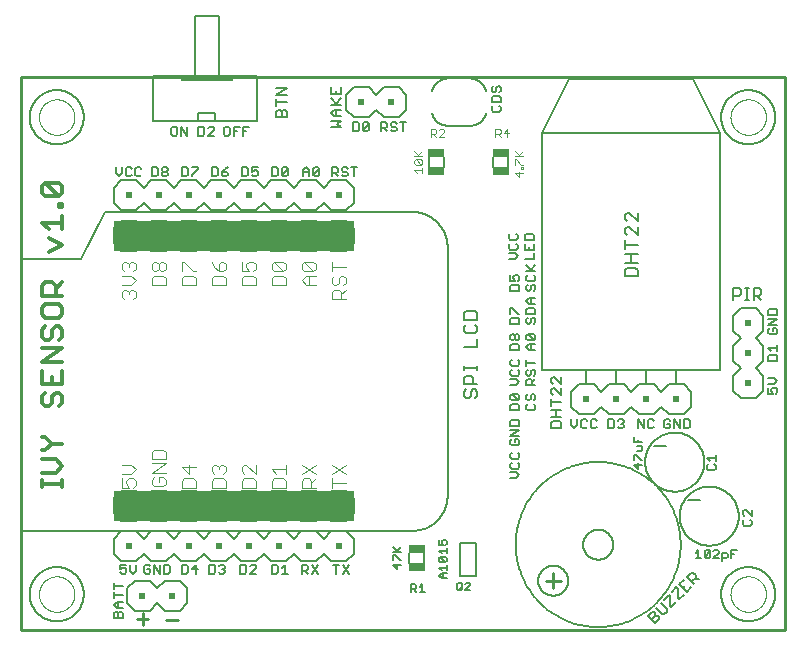
<source format=gto>
G75*
%MOIN*%
%OFA0B0*%
%FSLAX25Y25*%
%IPPOS*%
%LPD*%
%AMOC8*
5,1,8,0,0,1.08239X$1,22.5*
%
%ADD10C,0.01000*%
%ADD11C,0.00500*%
%ADD12C,0.00800*%
%ADD13C,0.01100*%
%ADD14C,0.00600*%
%ADD15C,0.01200*%
%ADD16C,0.00000*%
%ADD17R,0.02000X0.02000*%
%ADD18C,0.00700*%
%ADD19R,0.05512X0.02559*%
%ADD20C,0.00400*%
%ADD21R,0.80000X0.10000*%
D10*
X0072300Y0018800D02*
X0072300Y0203261D01*
X0327200Y0203261D01*
X0327200Y0018800D01*
X0072300Y0018800D01*
X0247300Y0035300D02*
X0252300Y0035300D01*
X0249800Y0032800D02*
X0249800Y0037800D01*
D11*
X0222230Y0034135D02*
X0222230Y0033718D01*
X0220562Y0032050D01*
X0222230Y0032050D01*
X0222230Y0034135D02*
X0221813Y0034552D01*
X0220979Y0034552D01*
X0220562Y0034135D01*
X0219468Y0034135D02*
X0219468Y0032467D01*
X0219051Y0032050D01*
X0218217Y0032050D01*
X0217800Y0032467D01*
X0217800Y0034135D01*
X0218217Y0034552D01*
X0219051Y0034552D01*
X0219468Y0034135D01*
X0218634Y0032884D02*
X0219468Y0032050D01*
X0214300Y0036050D02*
X0212632Y0036050D01*
X0211798Y0036884D01*
X0212632Y0037718D01*
X0214300Y0037718D01*
X0214300Y0038812D02*
X0214300Y0040480D01*
X0214300Y0039646D02*
X0211798Y0039646D01*
X0212632Y0038812D01*
X0213049Y0037718D02*
X0213049Y0036050D01*
X0213883Y0041575D02*
X0212215Y0041575D01*
X0211798Y0041992D01*
X0211798Y0042826D01*
X0212215Y0043243D01*
X0213883Y0041575D01*
X0214300Y0041992D01*
X0214300Y0042826D01*
X0213883Y0043243D01*
X0212215Y0043243D01*
X0212632Y0044337D02*
X0211798Y0045171D01*
X0214300Y0045171D01*
X0214300Y0044337D02*
X0214300Y0046005D01*
X0213883Y0047099D02*
X0214300Y0047516D01*
X0214300Y0048350D01*
X0213883Y0048767D01*
X0213049Y0048767D01*
X0212632Y0048350D01*
X0212632Y0047933D01*
X0213049Y0047099D01*
X0211798Y0047099D01*
X0211798Y0048767D01*
X0202788Y0051875D02*
X0072867Y0051875D01*
X0072867Y0142426D01*
X0092552Y0142426D01*
X0100426Y0158174D01*
X0202788Y0158174D01*
X0203073Y0158171D01*
X0203359Y0158160D01*
X0203644Y0158143D01*
X0203928Y0158119D01*
X0204212Y0158088D01*
X0204495Y0158050D01*
X0204776Y0158005D01*
X0205057Y0157954D01*
X0205337Y0157896D01*
X0205615Y0157831D01*
X0205891Y0157759D01*
X0206165Y0157681D01*
X0206438Y0157596D01*
X0206708Y0157504D01*
X0206976Y0157406D01*
X0207242Y0157302D01*
X0207505Y0157191D01*
X0207765Y0157074D01*
X0208023Y0156951D01*
X0208277Y0156821D01*
X0208528Y0156685D01*
X0208776Y0156544D01*
X0209020Y0156396D01*
X0209261Y0156243D01*
X0209497Y0156083D01*
X0209730Y0155918D01*
X0209959Y0155748D01*
X0210184Y0155572D01*
X0210404Y0155390D01*
X0210620Y0155204D01*
X0210831Y0155012D01*
X0211038Y0154815D01*
X0211240Y0154613D01*
X0211437Y0154406D01*
X0211629Y0154195D01*
X0211815Y0153979D01*
X0211997Y0153759D01*
X0212173Y0153534D01*
X0212343Y0153305D01*
X0212508Y0153072D01*
X0212668Y0152836D01*
X0212821Y0152595D01*
X0212969Y0152351D01*
X0213110Y0152103D01*
X0213246Y0151852D01*
X0213376Y0151598D01*
X0213499Y0151340D01*
X0213616Y0151080D01*
X0213727Y0150817D01*
X0213831Y0150551D01*
X0213929Y0150283D01*
X0214021Y0150013D01*
X0214106Y0149740D01*
X0214184Y0149466D01*
X0214256Y0149190D01*
X0214321Y0148912D01*
X0214379Y0148632D01*
X0214430Y0148351D01*
X0214475Y0148070D01*
X0214513Y0147787D01*
X0214544Y0147503D01*
X0214568Y0147219D01*
X0214585Y0146934D01*
X0214596Y0146648D01*
X0214599Y0146363D01*
X0214599Y0063686D01*
X0214596Y0063401D01*
X0214585Y0063115D01*
X0214568Y0062830D01*
X0214544Y0062546D01*
X0214513Y0062262D01*
X0214475Y0061979D01*
X0214430Y0061698D01*
X0214379Y0061417D01*
X0214321Y0061137D01*
X0214256Y0060859D01*
X0214184Y0060583D01*
X0214106Y0060309D01*
X0214021Y0060036D01*
X0213929Y0059766D01*
X0213831Y0059498D01*
X0213727Y0059232D01*
X0213616Y0058969D01*
X0213499Y0058709D01*
X0213376Y0058451D01*
X0213246Y0058197D01*
X0213110Y0057946D01*
X0212969Y0057698D01*
X0212821Y0057454D01*
X0212668Y0057213D01*
X0212508Y0056977D01*
X0212343Y0056744D01*
X0212173Y0056515D01*
X0211997Y0056290D01*
X0211815Y0056070D01*
X0211629Y0055854D01*
X0211437Y0055643D01*
X0211240Y0055436D01*
X0211038Y0055234D01*
X0210831Y0055037D01*
X0210620Y0054845D01*
X0210404Y0054659D01*
X0210184Y0054477D01*
X0209959Y0054301D01*
X0209730Y0054131D01*
X0209497Y0053966D01*
X0209261Y0053806D01*
X0209020Y0053653D01*
X0208776Y0053505D01*
X0208528Y0053364D01*
X0208277Y0053228D01*
X0208023Y0053098D01*
X0207765Y0052975D01*
X0207505Y0052858D01*
X0207242Y0052747D01*
X0206976Y0052643D01*
X0206708Y0052545D01*
X0206438Y0052453D01*
X0206165Y0052368D01*
X0205891Y0052290D01*
X0205615Y0052218D01*
X0205337Y0052153D01*
X0205057Y0052095D01*
X0204776Y0052044D01*
X0204495Y0051999D01*
X0204212Y0051961D01*
X0203928Y0051930D01*
X0203644Y0051906D01*
X0203359Y0051889D01*
X0203073Y0051878D01*
X0202788Y0051875D01*
X0199050Y0046456D02*
X0197799Y0045205D01*
X0198216Y0044788D02*
X0196548Y0046456D01*
X0196548Y0044788D02*
X0199050Y0044788D01*
X0196965Y0043693D02*
X0198633Y0042025D01*
X0199050Y0042025D01*
X0199050Y0040514D02*
X0196548Y0040514D01*
X0197799Y0039263D01*
X0197799Y0040931D01*
X0196548Y0042025D02*
X0196548Y0043693D01*
X0196965Y0043693D01*
X0202550Y0034052D02*
X0203801Y0034052D01*
X0204218Y0033635D01*
X0204218Y0032801D01*
X0203801Y0032384D01*
X0202550Y0032384D01*
X0202550Y0031550D02*
X0202550Y0034052D01*
X0203384Y0032384D02*
X0204218Y0031550D01*
X0205312Y0031550D02*
X0206980Y0031550D01*
X0206146Y0031550D02*
X0206146Y0034052D01*
X0205312Y0033218D01*
X0181774Y0037550D02*
X0179773Y0040553D01*
X0178552Y0040553D02*
X0176550Y0040553D01*
X0177551Y0040553D02*
X0177551Y0037550D01*
X0179773Y0037550D02*
X0181774Y0040553D01*
X0171274Y0040553D02*
X0169273Y0037550D01*
X0168052Y0037550D02*
X0167051Y0038551D01*
X0167551Y0038551D02*
X0166050Y0038551D01*
X0166050Y0037550D02*
X0166050Y0040553D01*
X0167551Y0040553D01*
X0168052Y0040052D01*
X0168052Y0039051D01*
X0167551Y0038551D01*
X0169273Y0040553D02*
X0171274Y0037550D01*
X0161274Y0037550D02*
X0159273Y0037550D01*
X0160274Y0037550D02*
X0160274Y0040553D01*
X0159273Y0039552D01*
X0158052Y0040052D02*
X0157551Y0040553D01*
X0156050Y0040553D01*
X0156050Y0037550D01*
X0157551Y0037550D01*
X0158052Y0038050D01*
X0158052Y0040052D01*
X0150774Y0040052D02*
X0150274Y0040553D01*
X0149273Y0040553D01*
X0148773Y0040052D01*
X0147552Y0040052D02*
X0147051Y0040553D01*
X0145550Y0040553D01*
X0145550Y0037550D01*
X0147051Y0037550D01*
X0147552Y0038050D01*
X0147552Y0040052D01*
X0148773Y0037550D02*
X0150774Y0039552D01*
X0150774Y0040052D01*
X0150774Y0037550D02*
X0148773Y0037550D01*
X0140329Y0038050D02*
X0139829Y0037550D01*
X0138828Y0037550D01*
X0138327Y0038050D01*
X0137106Y0038050D02*
X0137106Y0040052D01*
X0136606Y0040553D01*
X0135105Y0040553D01*
X0135105Y0037550D01*
X0136606Y0037550D01*
X0137106Y0038050D01*
X0138327Y0040052D02*
X0138828Y0040553D01*
X0139829Y0040553D01*
X0140329Y0040052D01*
X0140329Y0039552D01*
X0139829Y0039051D01*
X0140329Y0038551D01*
X0140329Y0038050D01*
X0139829Y0039051D02*
X0139328Y0039051D01*
X0131274Y0039051D02*
X0129273Y0039051D01*
X0130774Y0040553D01*
X0130774Y0037550D01*
X0128052Y0038050D02*
X0128052Y0040052D01*
X0127551Y0040553D01*
X0126050Y0040553D01*
X0126050Y0037550D01*
X0127551Y0037550D01*
X0128052Y0038050D01*
X0121997Y0038050D02*
X0121997Y0040052D01*
X0121497Y0040553D01*
X0119995Y0040553D01*
X0119995Y0037550D01*
X0121497Y0037550D01*
X0121997Y0038050D01*
X0118774Y0037550D02*
X0118774Y0040553D01*
X0116773Y0040553D02*
X0118774Y0037550D01*
X0116773Y0037550D02*
X0116773Y0040553D01*
X0115552Y0040052D02*
X0115051Y0040553D01*
X0114050Y0040553D01*
X0113550Y0040052D01*
X0113550Y0038050D01*
X0114050Y0037550D01*
X0115051Y0037550D01*
X0115552Y0038050D01*
X0115552Y0039051D01*
X0114551Y0039051D01*
X0110774Y0038551D02*
X0109774Y0037550D01*
X0108773Y0038551D01*
X0108773Y0040553D01*
X0107552Y0040553D02*
X0105550Y0040553D01*
X0105550Y0039051D01*
X0106551Y0039552D01*
X0107051Y0039552D01*
X0107552Y0039051D01*
X0107552Y0038050D01*
X0107051Y0037550D01*
X0106050Y0037550D01*
X0105550Y0038050D01*
X0103247Y0034629D02*
X0103247Y0032627D01*
X0103247Y0033628D02*
X0106250Y0033628D01*
X0106250Y0030405D02*
X0103247Y0030405D01*
X0103247Y0029404D02*
X0103247Y0031406D01*
X0104248Y0028183D02*
X0106250Y0028183D01*
X0104749Y0028183D02*
X0104749Y0026182D01*
X0104248Y0026182D02*
X0103247Y0027183D01*
X0104248Y0028183D01*
X0104248Y0026182D02*
X0106250Y0026182D01*
X0105750Y0024961D02*
X0106250Y0024460D01*
X0106250Y0022959D01*
X0103247Y0022959D01*
X0103247Y0024460D01*
X0103748Y0024961D01*
X0104248Y0024961D01*
X0104749Y0024460D01*
X0104749Y0022959D01*
X0104749Y0024460D02*
X0105249Y0024961D01*
X0105750Y0024961D01*
X0110774Y0038551D02*
X0110774Y0040553D01*
X0235547Y0069382D02*
X0237549Y0069382D01*
X0238550Y0070383D01*
X0237549Y0071383D01*
X0235547Y0071383D01*
X0236048Y0072604D02*
X0238050Y0072604D01*
X0238550Y0073105D01*
X0238550Y0074106D01*
X0238050Y0074606D01*
X0238050Y0075827D02*
X0238550Y0076328D01*
X0238550Y0077329D01*
X0238050Y0077829D01*
X0238050Y0075827D02*
X0236048Y0075827D01*
X0235547Y0076328D01*
X0235547Y0077329D01*
X0236048Y0077829D01*
X0236048Y0080382D02*
X0238050Y0080382D01*
X0238550Y0080882D01*
X0238550Y0081883D01*
X0238050Y0082383D01*
X0237049Y0082383D01*
X0237049Y0081383D01*
X0236048Y0082383D02*
X0235547Y0081883D01*
X0235547Y0080882D01*
X0236048Y0080382D01*
X0235547Y0083604D02*
X0238550Y0085606D01*
X0235547Y0085606D01*
X0235547Y0086827D02*
X0235547Y0088329D01*
X0236048Y0088829D01*
X0238050Y0088829D01*
X0238550Y0088329D01*
X0238550Y0086827D01*
X0235547Y0086827D01*
X0235547Y0083604D02*
X0238550Y0083604D01*
X0238550Y0092105D02*
X0235547Y0092105D01*
X0235547Y0093606D01*
X0236048Y0094106D01*
X0238050Y0094106D01*
X0238550Y0093606D01*
X0238550Y0092105D01*
X0240797Y0092605D02*
X0241298Y0092105D01*
X0243300Y0092105D01*
X0243800Y0092605D01*
X0243800Y0093606D01*
X0243300Y0094106D01*
X0243300Y0095327D02*
X0243800Y0095828D01*
X0243800Y0096829D01*
X0243300Y0097329D01*
X0242799Y0097329D01*
X0242299Y0096829D01*
X0242299Y0095828D01*
X0241798Y0095327D01*
X0241298Y0095327D01*
X0240797Y0095828D01*
X0240797Y0096829D01*
X0241298Y0097329D01*
X0238550Y0096829D02*
X0238550Y0095828D01*
X0238050Y0095327D01*
X0236048Y0097329D01*
X0238050Y0097329D01*
X0238550Y0096829D01*
X0238050Y0095327D02*
X0236048Y0095327D01*
X0235547Y0095828D01*
X0235547Y0096829D01*
X0236048Y0097329D01*
X0235547Y0100382D02*
X0237549Y0100382D01*
X0238550Y0101383D01*
X0237549Y0102383D01*
X0235547Y0102383D01*
X0236048Y0103604D02*
X0238050Y0103604D01*
X0238550Y0104105D01*
X0238550Y0105106D01*
X0238050Y0105606D01*
X0238050Y0106827D02*
X0236048Y0106827D01*
X0235547Y0107328D01*
X0235547Y0108329D01*
X0236048Y0108829D01*
X0238050Y0108829D02*
X0238550Y0108329D01*
X0238550Y0107328D01*
X0238050Y0106827D01*
X0236048Y0105606D02*
X0235547Y0105106D01*
X0235547Y0104105D01*
X0236048Y0103604D01*
X0240797Y0104105D02*
X0241298Y0103604D01*
X0241798Y0103604D01*
X0242299Y0104105D01*
X0242299Y0105106D01*
X0242799Y0105606D01*
X0243300Y0105606D01*
X0243800Y0105106D01*
X0243800Y0104105D01*
X0243300Y0103604D01*
X0243800Y0102383D02*
X0242799Y0101383D01*
X0242799Y0101883D02*
X0242799Y0100382D01*
X0243800Y0100382D02*
X0240797Y0100382D01*
X0240797Y0101883D01*
X0241298Y0102383D01*
X0242299Y0102383D01*
X0242799Y0101883D01*
X0240797Y0104105D02*
X0240797Y0105106D01*
X0241298Y0105606D01*
X0240797Y0106827D02*
X0240797Y0108829D01*
X0240797Y0107828D02*
X0243800Y0107828D01*
X0246076Y0105643D02*
X0246076Y0184383D01*
X0255131Y0202493D01*
X0296469Y0202493D01*
X0305524Y0184383D01*
X0246076Y0184383D01*
X0232361Y0192070D02*
X0232361Y0193071D01*
X0231861Y0193571D01*
X0232361Y0194792D02*
X0232361Y0196294D01*
X0231861Y0196794D01*
X0229859Y0196794D01*
X0229358Y0196294D01*
X0229358Y0194792D01*
X0232361Y0194792D01*
X0232361Y0192070D02*
X0231861Y0191570D01*
X0229859Y0191570D01*
X0229358Y0192070D01*
X0229358Y0193071D01*
X0229859Y0193571D01*
X0229859Y0198015D02*
X0230359Y0198015D01*
X0230860Y0198516D01*
X0230860Y0199516D01*
X0231360Y0200017D01*
X0231861Y0200017D01*
X0232361Y0199516D01*
X0232361Y0198516D01*
X0231861Y0198015D01*
X0229859Y0198015D02*
X0229358Y0198516D01*
X0229358Y0199516D01*
X0229859Y0200017D01*
X0200829Y0188053D02*
X0198827Y0188053D01*
X0199828Y0188053D02*
X0199828Y0185050D01*
X0197606Y0185550D02*
X0197106Y0185050D01*
X0196105Y0185050D01*
X0195604Y0185550D01*
X0196105Y0186551D02*
X0195604Y0187052D01*
X0195604Y0187552D01*
X0196105Y0188053D01*
X0197106Y0188053D01*
X0197606Y0187552D01*
X0197106Y0186551D02*
X0197606Y0186051D01*
X0197606Y0185550D01*
X0197106Y0186551D02*
X0196105Y0186551D01*
X0194383Y0186551D02*
X0194383Y0187552D01*
X0193883Y0188053D01*
X0192382Y0188053D01*
X0192382Y0185050D01*
X0192382Y0186051D02*
X0193883Y0186051D01*
X0194383Y0186551D01*
X0193383Y0186051D02*
X0194383Y0185050D01*
X0188329Y0185550D02*
X0187829Y0185050D01*
X0186828Y0185050D01*
X0186327Y0185550D01*
X0188329Y0187552D01*
X0188329Y0185550D01*
X0186327Y0185550D02*
X0186327Y0187552D01*
X0186828Y0188053D01*
X0187829Y0188053D01*
X0188329Y0187552D01*
X0185106Y0187552D02*
X0185106Y0185550D01*
X0184606Y0185050D01*
X0183105Y0185050D01*
X0183105Y0188053D01*
X0184606Y0188053D01*
X0185106Y0187552D01*
X0184497Y0173053D02*
X0182495Y0173053D01*
X0183496Y0173053D02*
X0183496Y0170050D01*
X0181274Y0170550D02*
X0181274Y0171051D01*
X0180774Y0171551D01*
X0179773Y0171551D01*
X0179273Y0172052D01*
X0179273Y0172552D01*
X0179773Y0173053D01*
X0180774Y0173053D01*
X0181274Y0172552D01*
X0181274Y0170550D02*
X0180774Y0170050D01*
X0179773Y0170050D01*
X0179273Y0170550D01*
X0178052Y0170050D02*
X0177051Y0171051D01*
X0177551Y0171051D02*
X0176050Y0171051D01*
X0176050Y0170050D02*
X0176050Y0173053D01*
X0177551Y0173053D01*
X0178052Y0172552D01*
X0178052Y0171551D01*
X0177551Y0171051D01*
X0171774Y0170550D02*
X0171274Y0170050D01*
X0170273Y0170050D01*
X0169773Y0170550D01*
X0171774Y0172552D01*
X0171774Y0170550D01*
X0169773Y0170550D02*
X0169773Y0172552D01*
X0170273Y0173053D01*
X0171274Y0173053D01*
X0171774Y0172552D01*
X0168552Y0172052D02*
X0168552Y0170050D01*
X0168552Y0171551D02*
X0166550Y0171551D01*
X0166550Y0172052D02*
X0167551Y0173053D01*
X0168552Y0172052D01*
X0166550Y0172052D02*
X0166550Y0170050D01*
X0161274Y0170550D02*
X0161274Y0172552D01*
X0159273Y0170550D01*
X0159773Y0170050D01*
X0160774Y0170050D01*
X0161274Y0170550D01*
X0159273Y0170550D02*
X0159273Y0172552D01*
X0159773Y0173053D01*
X0160774Y0173053D01*
X0161274Y0172552D01*
X0158052Y0172552D02*
X0158052Y0170550D01*
X0157551Y0170050D01*
X0156050Y0170050D01*
X0156050Y0173053D01*
X0157551Y0173053D01*
X0158052Y0172552D01*
X0151274Y0173053D02*
X0149273Y0173053D01*
X0149273Y0171551D01*
X0150274Y0172052D01*
X0150774Y0172052D01*
X0151274Y0171551D01*
X0151274Y0170550D01*
X0150774Y0170050D01*
X0149773Y0170050D01*
X0149273Y0170550D01*
X0148052Y0170550D02*
X0148052Y0172552D01*
X0147551Y0173053D01*
X0146050Y0173053D01*
X0146050Y0170050D01*
X0147551Y0170050D01*
X0148052Y0170550D01*
X0141274Y0170550D02*
X0141274Y0171051D01*
X0140774Y0171551D01*
X0139273Y0171551D01*
X0139273Y0170550D01*
X0139773Y0170050D01*
X0140774Y0170050D01*
X0141274Y0170550D01*
X0140274Y0172552D02*
X0139273Y0171551D01*
X0140274Y0172552D02*
X0141274Y0173053D01*
X0138052Y0172552D02*
X0138052Y0170550D01*
X0137551Y0170050D01*
X0136050Y0170050D01*
X0136050Y0173053D01*
X0137551Y0173053D01*
X0138052Y0172552D01*
X0131274Y0172552D02*
X0129273Y0170550D01*
X0129273Y0170050D01*
X0128052Y0170550D02*
X0128052Y0172552D01*
X0127551Y0173053D01*
X0126050Y0173053D01*
X0126050Y0170050D01*
X0127551Y0170050D01*
X0128052Y0170550D01*
X0129273Y0173053D02*
X0131274Y0173053D01*
X0131274Y0172552D01*
X0121274Y0172552D02*
X0121274Y0172052D01*
X0120774Y0171551D01*
X0119773Y0171551D01*
X0119273Y0172052D01*
X0119273Y0172552D01*
X0119773Y0173053D01*
X0120774Y0173053D01*
X0121274Y0172552D01*
X0120774Y0171551D02*
X0121274Y0171051D01*
X0121274Y0170550D01*
X0120774Y0170050D01*
X0119773Y0170050D01*
X0119273Y0170550D01*
X0119273Y0171051D01*
X0119773Y0171551D01*
X0118052Y0170550D02*
X0118052Y0172552D01*
X0117551Y0173053D01*
X0116050Y0173053D01*
X0116050Y0170050D01*
X0117551Y0170050D01*
X0118052Y0170550D01*
X0112497Y0170550D02*
X0111997Y0170050D01*
X0110996Y0170050D01*
X0110495Y0170550D01*
X0110495Y0172552D01*
X0110996Y0173053D01*
X0111997Y0173053D01*
X0112497Y0172552D01*
X0109274Y0172552D02*
X0108774Y0173053D01*
X0107773Y0173053D01*
X0107273Y0172552D01*
X0107273Y0170550D01*
X0107773Y0170050D01*
X0108774Y0170050D01*
X0109274Y0170550D01*
X0106052Y0171051D02*
X0106052Y0173053D01*
X0104050Y0173053D02*
X0104050Y0171051D01*
X0105051Y0170050D01*
X0106052Y0171051D01*
X0122550Y0184050D02*
X0123050Y0183550D01*
X0124051Y0183550D01*
X0124552Y0184050D01*
X0124552Y0186052D01*
X0124051Y0186553D01*
X0123050Y0186553D01*
X0122550Y0186052D01*
X0122550Y0184050D01*
X0125773Y0183550D02*
X0125773Y0186553D01*
X0127774Y0183550D01*
X0127774Y0186553D01*
X0131550Y0186553D02*
X0131550Y0183550D01*
X0133051Y0183550D01*
X0133552Y0184050D01*
X0133552Y0186052D01*
X0133051Y0186553D01*
X0131550Y0186553D01*
X0131544Y0188520D02*
X0131544Y0191276D01*
X0137056Y0191276D01*
X0137056Y0188520D01*
X0131544Y0188520D01*
X0116365Y0188520D01*
X0116365Y0203480D01*
X0126032Y0203480D01*
X0126032Y0202299D01*
X0142568Y0202299D01*
X0142568Y0203480D01*
X0150985Y0203480D01*
X0150985Y0188520D01*
X0137056Y0188520D01*
X0136274Y0186553D02*
X0135273Y0186553D01*
X0134773Y0186052D01*
X0136274Y0186553D02*
X0136774Y0186052D01*
X0136774Y0185552D01*
X0134773Y0183550D01*
X0136774Y0183550D01*
X0140050Y0184050D02*
X0140050Y0186052D01*
X0140550Y0186553D01*
X0141551Y0186553D01*
X0142052Y0186052D01*
X0142052Y0184050D01*
X0141551Y0183550D01*
X0140550Y0183550D01*
X0140050Y0184050D01*
X0143273Y0183550D02*
X0143273Y0186553D01*
X0145274Y0186553D01*
X0146495Y0186553D02*
X0148497Y0186553D01*
X0147496Y0185051D02*
X0146495Y0185051D01*
X0146495Y0183550D02*
X0146495Y0186553D01*
X0144274Y0185051D02*
X0143273Y0185051D01*
X0142568Y0203480D02*
X0138237Y0203480D01*
X0138237Y0223559D01*
X0130363Y0223559D01*
X0130363Y0203480D01*
X0138237Y0203480D01*
X0130363Y0203480D02*
X0126032Y0203480D01*
X0235047Y0150329D02*
X0235047Y0149328D01*
X0235548Y0148827D01*
X0237550Y0148827D01*
X0238050Y0149328D01*
X0238050Y0150329D01*
X0237550Y0150829D01*
X0235548Y0150829D02*
X0235047Y0150329D01*
X0235548Y0147606D02*
X0235047Y0147106D01*
X0235047Y0146105D01*
X0235548Y0145604D01*
X0237550Y0145604D01*
X0238050Y0146105D01*
X0238050Y0147106D01*
X0237550Y0147606D01*
X0240297Y0147606D02*
X0240297Y0145604D01*
X0243300Y0145604D01*
X0243300Y0147606D01*
X0243300Y0148827D02*
X0240297Y0148827D01*
X0240297Y0150329D01*
X0240798Y0150829D01*
X0242800Y0150829D01*
X0243300Y0150329D01*
X0243300Y0148827D01*
X0241799Y0146605D02*
X0241799Y0145604D01*
X0243300Y0144383D02*
X0243300Y0142382D01*
X0240297Y0142382D01*
X0240797Y0140329D02*
X0242799Y0138327D01*
X0242299Y0138828D02*
X0243800Y0140329D01*
X0243800Y0138327D02*
X0240797Y0138327D01*
X0241298Y0137106D02*
X0240797Y0136606D01*
X0240797Y0135605D01*
X0241298Y0135104D01*
X0243300Y0135104D01*
X0243800Y0135605D01*
X0243800Y0136606D01*
X0243300Y0137106D01*
X0243300Y0133883D02*
X0243800Y0133383D01*
X0243800Y0132382D01*
X0243300Y0131882D01*
X0242299Y0132382D02*
X0242299Y0133383D01*
X0242799Y0133883D01*
X0243300Y0133883D01*
X0242299Y0132382D02*
X0241798Y0131882D01*
X0241298Y0131882D01*
X0240797Y0132382D01*
X0240797Y0133383D01*
X0241298Y0133883D01*
X0238550Y0133383D02*
X0238550Y0131882D01*
X0235547Y0131882D01*
X0235547Y0133383D01*
X0236048Y0133883D01*
X0238050Y0133883D01*
X0238550Y0133383D01*
X0238050Y0135104D02*
X0238550Y0135605D01*
X0238550Y0136606D01*
X0238050Y0137106D01*
X0237049Y0137106D01*
X0236548Y0136606D01*
X0236548Y0136105D01*
X0237049Y0135104D01*
X0235547Y0135104D01*
X0235547Y0137106D01*
X0235047Y0142382D02*
X0237049Y0142382D01*
X0238050Y0143383D01*
X0237049Y0144383D01*
X0235047Y0144383D01*
X0241798Y0129329D02*
X0240797Y0128328D01*
X0241798Y0127327D01*
X0243800Y0127327D01*
X0243300Y0126106D02*
X0241298Y0126106D01*
X0240797Y0125606D01*
X0240797Y0124104D01*
X0243800Y0124104D01*
X0243800Y0125606D01*
X0243300Y0126106D01*
X0242299Y0127327D02*
X0242299Y0129329D01*
X0241798Y0129329D02*
X0243800Y0129329D01*
X0238550Y0124104D02*
X0238050Y0124104D01*
X0236048Y0126106D01*
X0235547Y0126106D01*
X0235547Y0124104D01*
X0236048Y0122883D02*
X0235547Y0122383D01*
X0235547Y0120882D01*
X0238550Y0120882D01*
X0238550Y0122383D01*
X0238050Y0122883D01*
X0236048Y0122883D01*
X0240797Y0122383D02*
X0240797Y0121382D01*
X0241298Y0120882D01*
X0241798Y0120882D01*
X0242299Y0121382D01*
X0242299Y0122383D01*
X0242799Y0122883D01*
X0243300Y0122883D01*
X0243800Y0122383D01*
X0243800Y0121382D01*
X0243300Y0120882D01*
X0241298Y0122883D02*
X0240797Y0122383D01*
X0241298Y0117329D02*
X0243300Y0115327D01*
X0243800Y0115828D01*
X0243800Y0116829D01*
X0243300Y0117329D01*
X0241298Y0117329D01*
X0240797Y0116829D01*
X0240797Y0115828D01*
X0241298Y0115327D01*
X0243300Y0115327D01*
X0243800Y0114106D02*
X0241798Y0114106D01*
X0240797Y0113105D01*
X0241798Y0112105D01*
X0243800Y0112105D01*
X0242299Y0112105D02*
X0242299Y0114106D01*
X0238550Y0113606D02*
X0238550Y0112105D01*
X0235547Y0112105D01*
X0235547Y0113606D01*
X0236048Y0114106D01*
X0238050Y0114106D01*
X0238550Y0113606D01*
X0238050Y0115327D02*
X0237549Y0115327D01*
X0237049Y0115828D01*
X0237049Y0116829D01*
X0237549Y0117329D01*
X0238050Y0117329D01*
X0238550Y0116829D01*
X0238550Y0115828D01*
X0238050Y0115327D01*
X0237049Y0115828D02*
X0236548Y0115327D01*
X0236048Y0115327D01*
X0235547Y0115828D01*
X0235547Y0116829D01*
X0236048Y0117329D01*
X0236548Y0117329D01*
X0237049Y0116829D01*
X0246076Y0105643D02*
X0305524Y0105643D01*
X0305524Y0184383D01*
X0322048Y0125829D02*
X0321547Y0125329D01*
X0321547Y0123827D01*
X0324550Y0123827D01*
X0324550Y0125329D01*
X0324050Y0125829D01*
X0322048Y0125829D01*
X0321547Y0122606D02*
X0324550Y0122606D01*
X0321547Y0120604D01*
X0324550Y0120604D01*
X0324050Y0119383D02*
X0323049Y0119383D01*
X0323049Y0118383D01*
X0324050Y0119383D02*
X0324550Y0118883D01*
X0324550Y0117882D01*
X0324050Y0117382D01*
X0322048Y0117382D01*
X0321547Y0117882D01*
X0321547Y0118883D01*
X0322048Y0119383D01*
X0324550Y0113829D02*
X0324550Y0111827D01*
X0324550Y0112828D02*
X0321547Y0112828D01*
X0322548Y0111827D01*
X0322048Y0110606D02*
X0321547Y0110106D01*
X0321547Y0108605D01*
X0324550Y0108605D01*
X0324550Y0110106D01*
X0324050Y0110606D01*
X0322048Y0110606D01*
X0321547Y0102829D02*
X0323549Y0102829D01*
X0324550Y0101828D01*
X0323549Y0100827D01*
X0321547Y0100827D01*
X0321547Y0099606D02*
X0321547Y0097605D01*
X0323049Y0097605D01*
X0322548Y0098605D01*
X0322548Y0099106D01*
X0323049Y0099606D01*
X0324050Y0099606D01*
X0324550Y0099106D01*
X0324550Y0098105D01*
X0324050Y0097605D01*
X0295329Y0088552D02*
X0295329Y0086550D01*
X0294829Y0086050D01*
X0293327Y0086050D01*
X0293327Y0089053D01*
X0294829Y0089053D01*
X0295329Y0088552D01*
X0292106Y0089053D02*
X0292106Y0086050D01*
X0290104Y0089053D01*
X0290104Y0086050D01*
X0288883Y0086550D02*
X0288883Y0087551D01*
X0287883Y0087551D01*
X0288883Y0086550D02*
X0288383Y0086050D01*
X0287382Y0086050D01*
X0286882Y0086550D01*
X0286882Y0088552D01*
X0287382Y0089053D01*
X0288383Y0089053D01*
X0288883Y0088552D01*
X0283329Y0088552D02*
X0282829Y0089053D01*
X0281828Y0089053D01*
X0281327Y0088552D01*
X0281327Y0086550D01*
X0281828Y0086050D01*
X0282829Y0086050D01*
X0283329Y0086550D01*
X0280106Y0086050D02*
X0280106Y0089053D01*
X0278105Y0089053D02*
X0278105Y0086050D01*
X0280106Y0086050D02*
X0278105Y0089053D01*
X0273329Y0088552D02*
X0273329Y0088052D01*
X0272829Y0087551D01*
X0273329Y0087051D01*
X0273329Y0086550D01*
X0272829Y0086050D01*
X0271828Y0086050D01*
X0271327Y0086550D01*
X0270106Y0086550D02*
X0270106Y0088552D01*
X0269606Y0089053D01*
X0268105Y0089053D01*
X0268105Y0086050D01*
X0269606Y0086050D01*
X0270106Y0086550D01*
X0271327Y0088552D02*
X0271828Y0089053D01*
X0272829Y0089053D01*
X0273329Y0088552D01*
X0272829Y0087551D02*
X0272328Y0087551D01*
X0276848Y0083191D02*
X0276848Y0081390D01*
X0279550Y0081390D01*
X0279550Y0080245D02*
X0277748Y0080245D01*
X0278199Y0081390D02*
X0278199Y0082290D01*
X0279550Y0080245D02*
X0279550Y0078893D01*
X0279100Y0078443D01*
X0277748Y0078443D01*
X0277298Y0077298D02*
X0279100Y0075497D01*
X0279550Y0075497D01*
X0279550Y0073901D02*
X0276848Y0073901D01*
X0278199Y0072550D01*
X0278199Y0074352D01*
X0276848Y0075497D02*
X0276848Y0077298D01*
X0277298Y0077298D01*
X0264329Y0086550D02*
X0263829Y0086050D01*
X0262828Y0086050D01*
X0262327Y0086550D01*
X0262327Y0088552D01*
X0262828Y0089053D01*
X0263829Y0089053D01*
X0264329Y0088552D01*
X0261106Y0088552D02*
X0260606Y0089053D01*
X0259605Y0089053D01*
X0259104Y0088552D01*
X0259104Y0086550D01*
X0259605Y0086050D01*
X0260606Y0086050D01*
X0261106Y0086550D01*
X0257883Y0087051D02*
X0257883Y0089053D01*
X0255882Y0089053D02*
X0255882Y0087051D01*
X0256883Y0086050D01*
X0257883Y0087051D01*
X0241298Y0094106D02*
X0240797Y0093606D01*
X0240797Y0092605D01*
X0260800Y0100800D02*
X0260800Y0105800D01*
X0270800Y0105800D02*
X0270800Y0100800D01*
X0280800Y0100800D02*
X0280800Y0105800D01*
X0290800Y0105800D02*
X0290800Y0100800D01*
X0304050Y0077274D02*
X0304050Y0075273D01*
X0304050Y0076274D02*
X0301047Y0076274D01*
X0302048Y0075273D01*
X0301548Y0074052D02*
X0301047Y0073551D01*
X0301047Y0072550D01*
X0301548Y0072050D01*
X0303550Y0072050D01*
X0304050Y0072550D01*
X0304050Y0073551D01*
X0303550Y0074052D01*
X0313548Y0058829D02*
X0313047Y0058329D01*
X0313047Y0057328D01*
X0313548Y0056827D01*
X0313548Y0055606D02*
X0313047Y0055106D01*
X0313047Y0054105D01*
X0313548Y0053605D01*
X0315550Y0053605D01*
X0316050Y0054105D01*
X0316050Y0055106D01*
X0315550Y0055606D01*
X0316050Y0056827D02*
X0314048Y0058829D01*
X0313548Y0058829D01*
X0316050Y0058829D02*
X0316050Y0056827D01*
X0310905Y0045552D02*
X0309103Y0045552D01*
X0309103Y0042850D01*
X0307959Y0043300D02*
X0307508Y0042850D01*
X0306157Y0042850D01*
X0306157Y0041949D02*
X0306157Y0044652D01*
X0307508Y0044652D01*
X0307959Y0044201D01*
X0307959Y0043300D01*
X0309103Y0044201D02*
X0310004Y0044201D01*
X0305012Y0044652D02*
X0305012Y0045102D01*
X0304562Y0045552D01*
X0303661Y0045552D01*
X0303210Y0045102D01*
X0302065Y0045102D02*
X0300264Y0043300D01*
X0300714Y0042850D01*
X0301615Y0042850D01*
X0302065Y0043300D01*
X0302065Y0045102D01*
X0301615Y0045552D01*
X0300714Y0045552D01*
X0300264Y0045102D01*
X0300264Y0043300D01*
X0299119Y0042850D02*
X0297317Y0042850D01*
X0298218Y0042850D02*
X0298218Y0045552D01*
X0297317Y0044652D01*
X0303210Y0042850D02*
X0305012Y0044652D01*
X0305012Y0042850D02*
X0303210Y0042850D01*
X0236048Y0072604D02*
X0235547Y0073105D01*
X0235547Y0074106D01*
X0236048Y0074606D01*
D12*
X0255800Y0093300D02*
X0258300Y0090800D01*
X0263300Y0090800D01*
X0265800Y0093300D01*
X0268300Y0090800D01*
X0273300Y0090800D01*
X0275800Y0093300D01*
X0278300Y0090800D01*
X0283300Y0090800D01*
X0285800Y0093300D01*
X0288300Y0090800D01*
X0293300Y0090800D01*
X0295800Y0093300D01*
X0295800Y0098300D01*
X0293300Y0100800D01*
X0288300Y0100800D01*
X0285800Y0098300D01*
X0283300Y0100800D01*
X0278300Y0100800D01*
X0275800Y0098300D01*
X0273300Y0100800D01*
X0268300Y0100800D01*
X0265800Y0098300D01*
X0263300Y0100800D01*
X0258300Y0100800D01*
X0255800Y0098300D01*
X0255800Y0093300D01*
X0283300Y0080300D02*
X0287300Y0080300D01*
X0280457Y0074800D02*
X0280460Y0075042D01*
X0280469Y0075283D01*
X0280484Y0075524D01*
X0280504Y0075765D01*
X0280531Y0076005D01*
X0280564Y0076244D01*
X0280602Y0076483D01*
X0280646Y0076720D01*
X0280696Y0076957D01*
X0280752Y0077192D01*
X0280814Y0077425D01*
X0280881Y0077657D01*
X0280954Y0077888D01*
X0281032Y0078116D01*
X0281117Y0078342D01*
X0281206Y0078567D01*
X0281301Y0078789D01*
X0281402Y0079008D01*
X0281508Y0079226D01*
X0281619Y0079440D01*
X0281736Y0079652D01*
X0281857Y0079860D01*
X0281984Y0080066D01*
X0282116Y0080268D01*
X0282253Y0080468D01*
X0282394Y0080663D01*
X0282540Y0080856D01*
X0282691Y0081044D01*
X0282847Y0081229D01*
X0283007Y0081410D01*
X0283171Y0081587D01*
X0283340Y0081760D01*
X0283513Y0081929D01*
X0283690Y0082093D01*
X0283871Y0082253D01*
X0284056Y0082409D01*
X0284244Y0082560D01*
X0284437Y0082706D01*
X0284632Y0082847D01*
X0284832Y0082984D01*
X0285034Y0083116D01*
X0285240Y0083243D01*
X0285448Y0083364D01*
X0285660Y0083481D01*
X0285874Y0083592D01*
X0286092Y0083698D01*
X0286311Y0083799D01*
X0286533Y0083894D01*
X0286758Y0083983D01*
X0286984Y0084068D01*
X0287212Y0084146D01*
X0287443Y0084219D01*
X0287675Y0084286D01*
X0287908Y0084348D01*
X0288143Y0084404D01*
X0288380Y0084454D01*
X0288617Y0084498D01*
X0288856Y0084536D01*
X0289095Y0084569D01*
X0289335Y0084596D01*
X0289576Y0084616D01*
X0289817Y0084631D01*
X0290058Y0084640D01*
X0290300Y0084643D01*
X0290542Y0084640D01*
X0290783Y0084631D01*
X0291024Y0084616D01*
X0291265Y0084596D01*
X0291505Y0084569D01*
X0291744Y0084536D01*
X0291983Y0084498D01*
X0292220Y0084454D01*
X0292457Y0084404D01*
X0292692Y0084348D01*
X0292925Y0084286D01*
X0293157Y0084219D01*
X0293388Y0084146D01*
X0293616Y0084068D01*
X0293842Y0083983D01*
X0294067Y0083894D01*
X0294289Y0083799D01*
X0294508Y0083698D01*
X0294726Y0083592D01*
X0294940Y0083481D01*
X0295152Y0083364D01*
X0295360Y0083243D01*
X0295566Y0083116D01*
X0295768Y0082984D01*
X0295968Y0082847D01*
X0296163Y0082706D01*
X0296356Y0082560D01*
X0296544Y0082409D01*
X0296729Y0082253D01*
X0296910Y0082093D01*
X0297087Y0081929D01*
X0297260Y0081760D01*
X0297429Y0081587D01*
X0297593Y0081410D01*
X0297753Y0081229D01*
X0297909Y0081044D01*
X0298060Y0080856D01*
X0298206Y0080663D01*
X0298347Y0080468D01*
X0298484Y0080268D01*
X0298616Y0080066D01*
X0298743Y0079860D01*
X0298864Y0079652D01*
X0298981Y0079440D01*
X0299092Y0079226D01*
X0299198Y0079008D01*
X0299299Y0078789D01*
X0299394Y0078567D01*
X0299483Y0078342D01*
X0299568Y0078116D01*
X0299646Y0077888D01*
X0299719Y0077657D01*
X0299786Y0077425D01*
X0299848Y0077192D01*
X0299904Y0076957D01*
X0299954Y0076720D01*
X0299998Y0076483D01*
X0300036Y0076244D01*
X0300069Y0076005D01*
X0300096Y0075765D01*
X0300116Y0075524D01*
X0300131Y0075283D01*
X0300140Y0075042D01*
X0300143Y0074800D01*
X0300140Y0074558D01*
X0300131Y0074317D01*
X0300116Y0074076D01*
X0300096Y0073835D01*
X0300069Y0073595D01*
X0300036Y0073356D01*
X0299998Y0073117D01*
X0299954Y0072880D01*
X0299904Y0072643D01*
X0299848Y0072408D01*
X0299786Y0072175D01*
X0299719Y0071943D01*
X0299646Y0071712D01*
X0299568Y0071484D01*
X0299483Y0071258D01*
X0299394Y0071033D01*
X0299299Y0070811D01*
X0299198Y0070592D01*
X0299092Y0070374D01*
X0298981Y0070160D01*
X0298864Y0069948D01*
X0298743Y0069740D01*
X0298616Y0069534D01*
X0298484Y0069332D01*
X0298347Y0069132D01*
X0298206Y0068937D01*
X0298060Y0068744D01*
X0297909Y0068556D01*
X0297753Y0068371D01*
X0297593Y0068190D01*
X0297429Y0068013D01*
X0297260Y0067840D01*
X0297087Y0067671D01*
X0296910Y0067507D01*
X0296729Y0067347D01*
X0296544Y0067191D01*
X0296356Y0067040D01*
X0296163Y0066894D01*
X0295968Y0066753D01*
X0295768Y0066616D01*
X0295566Y0066484D01*
X0295360Y0066357D01*
X0295152Y0066236D01*
X0294940Y0066119D01*
X0294726Y0066008D01*
X0294508Y0065902D01*
X0294289Y0065801D01*
X0294067Y0065706D01*
X0293842Y0065617D01*
X0293616Y0065532D01*
X0293388Y0065454D01*
X0293157Y0065381D01*
X0292925Y0065314D01*
X0292692Y0065252D01*
X0292457Y0065196D01*
X0292220Y0065146D01*
X0291983Y0065102D01*
X0291744Y0065064D01*
X0291505Y0065031D01*
X0291265Y0065004D01*
X0291024Y0064984D01*
X0290783Y0064969D01*
X0290542Y0064960D01*
X0290300Y0064957D01*
X0290058Y0064960D01*
X0289817Y0064969D01*
X0289576Y0064984D01*
X0289335Y0065004D01*
X0289095Y0065031D01*
X0288856Y0065064D01*
X0288617Y0065102D01*
X0288380Y0065146D01*
X0288143Y0065196D01*
X0287908Y0065252D01*
X0287675Y0065314D01*
X0287443Y0065381D01*
X0287212Y0065454D01*
X0286984Y0065532D01*
X0286758Y0065617D01*
X0286533Y0065706D01*
X0286311Y0065801D01*
X0286092Y0065902D01*
X0285874Y0066008D01*
X0285660Y0066119D01*
X0285448Y0066236D01*
X0285240Y0066357D01*
X0285034Y0066484D01*
X0284832Y0066616D01*
X0284632Y0066753D01*
X0284437Y0066894D01*
X0284244Y0067040D01*
X0284056Y0067191D01*
X0283871Y0067347D01*
X0283690Y0067507D01*
X0283513Y0067671D01*
X0283340Y0067840D01*
X0283171Y0068013D01*
X0283007Y0068190D01*
X0282847Y0068371D01*
X0282691Y0068556D01*
X0282540Y0068744D01*
X0282394Y0068937D01*
X0282253Y0069132D01*
X0282116Y0069332D01*
X0281984Y0069534D01*
X0281857Y0069740D01*
X0281736Y0069948D01*
X0281619Y0070160D01*
X0281508Y0070374D01*
X0281402Y0070592D01*
X0281301Y0070811D01*
X0281206Y0071033D01*
X0281117Y0071258D01*
X0281032Y0071484D01*
X0280954Y0071712D01*
X0280881Y0071943D01*
X0280814Y0072175D01*
X0280752Y0072408D01*
X0280696Y0072643D01*
X0280646Y0072880D01*
X0280602Y0073117D01*
X0280564Y0073356D01*
X0280531Y0073595D01*
X0280504Y0073835D01*
X0280484Y0074076D01*
X0280469Y0074317D01*
X0280460Y0074558D01*
X0280457Y0074800D01*
X0294800Y0062300D02*
X0298800Y0062300D01*
X0291957Y0056800D02*
X0291960Y0057042D01*
X0291969Y0057283D01*
X0291984Y0057524D01*
X0292004Y0057765D01*
X0292031Y0058005D01*
X0292064Y0058244D01*
X0292102Y0058483D01*
X0292146Y0058720D01*
X0292196Y0058957D01*
X0292252Y0059192D01*
X0292314Y0059425D01*
X0292381Y0059657D01*
X0292454Y0059888D01*
X0292532Y0060116D01*
X0292617Y0060342D01*
X0292706Y0060567D01*
X0292801Y0060789D01*
X0292902Y0061008D01*
X0293008Y0061226D01*
X0293119Y0061440D01*
X0293236Y0061652D01*
X0293357Y0061860D01*
X0293484Y0062066D01*
X0293616Y0062268D01*
X0293753Y0062468D01*
X0293894Y0062663D01*
X0294040Y0062856D01*
X0294191Y0063044D01*
X0294347Y0063229D01*
X0294507Y0063410D01*
X0294671Y0063587D01*
X0294840Y0063760D01*
X0295013Y0063929D01*
X0295190Y0064093D01*
X0295371Y0064253D01*
X0295556Y0064409D01*
X0295744Y0064560D01*
X0295937Y0064706D01*
X0296132Y0064847D01*
X0296332Y0064984D01*
X0296534Y0065116D01*
X0296740Y0065243D01*
X0296948Y0065364D01*
X0297160Y0065481D01*
X0297374Y0065592D01*
X0297592Y0065698D01*
X0297811Y0065799D01*
X0298033Y0065894D01*
X0298258Y0065983D01*
X0298484Y0066068D01*
X0298712Y0066146D01*
X0298943Y0066219D01*
X0299175Y0066286D01*
X0299408Y0066348D01*
X0299643Y0066404D01*
X0299880Y0066454D01*
X0300117Y0066498D01*
X0300356Y0066536D01*
X0300595Y0066569D01*
X0300835Y0066596D01*
X0301076Y0066616D01*
X0301317Y0066631D01*
X0301558Y0066640D01*
X0301800Y0066643D01*
X0302042Y0066640D01*
X0302283Y0066631D01*
X0302524Y0066616D01*
X0302765Y0066596D01*
X0303005Y0066569D01*
X0303244Y0066536D01*
X0303483Y0066498D01*
X0303720Y0066454D01*
X0303957Y0066404D01*
X0304192Y0066348D01*
X0304425Y0066286D01*
X0304657Y0066219D01*
X0304888Y0066146D01*
X0305116Y0066068D01*
X0305342Y0065983D01*
X0305567Y0065894D01*
X0305789Y0065799D01*
X0306008Y0065698D01*
X0306226Y0065592D01*
X0306440Y0065481D01*
X0306652Y0065364D01*
X0306860Y0065243D01*
X0307066Y0065116D01*
X0307268Y0064984D01*
X0307468Y0064847D01*
X0307663Y0064706D01*
X0307856Y0064560D01*
X0308044Y0064409D01*
X0308229Y0064253D01*
X0308410Y0064093D01*
X0308587Y0063929D01*
X0308760Y0063760D01*
X0308929Y0063587D01*
X0309093Y0063410D01*
X0309253Y0063229D01*
X0309409Y0063044D01*
X0309560Y0062856D01*
X0309706Y0062663D01*
X0309847Y0062468D01*
X0309984Y0062268D01*
X0310116Y0062066D01*
X0310243Y0061860D01*
X0310364Y0061652D01*
X0310481Y0061440D01*
X0310592Y0061226D01*
X0310698Y0061008D01*
X0310799Y0060789D01*
X0310894Y0060567D01*
X0310983Y0060342D01*
X0311068Y0060116D01*
X0311146Y0059888D01*
X0311219Y0059657D01*
X0311286Y0059425D01*
X0311348Y0059192D01*
X0311404Y0058957D01*
X0311454Y0058720D01*
X0311498Y0058483D01*
X0311536Y0058244D01*
X0311569Y0058005D01*
X0311596Y0057765D01*
X0311616Y0057524D01*
X0311631Y0057283D01*
X0311640Y0057042D01*
X0311643Y0056800D01*
X0311640Y0056558D01*
X0311631Y0056317D01*
X0311616Y0056076D01*
X0311596Y0055835D01*
X0311569Y0055595D01*
X0311536Y0055356D01*
X0311498Y0055117D01*
X0311454Y0054880D01*
X0311404Y0054643D01*
X0311348Y0054408D01*
X0311286Y0054175D01*
X0311219Y0053943D01*
X0311146Y0053712D01*
X0311068Y0053484D01*
X0310983Y0053258D01*
X0310894Y0053033D01*
X0310799Y0052811D01*
X0310698Y0052592D01*
X0310592Y0052374D01*
X0310481Y0052160D01*
X0310364Y0051948D01*
X0310243Y0051740D01*
X0310116Y0051534D01*
X0309984Y0051332D01*
X0309847Y0051132D01*
X0309706Y0050937D01*
X0309560Y0050744D01*
X0309409Y0050556D01*
X0309253Y0050371D01*
X0309093Y0050190D01*
X0308929Y0050013D01*
X0308760Y0049840D01*
X0308587Y0049671D01*
X0308410Y0049507D01*
X0308229Y0049347D01*
X0308044Y0049191D01*
X0307856Y0049040D01*
X0307663Y0048894D01*
X0307468Y0048753D01*
X0307268Y0048616D01*
X0307066Y0048484D01*
X0306860Y0048357D01*
X0306652Y0048236D01*
X0306440Y0048119D01*
X0306226Y0048008D01*
X0306008Y0047902D01*
X0305789Y0047801D01*
X0305567Y0047706D01*
X0305342Y0047617D01*
X0305116Y0047532D01*
X0304888Y0047454D01*
X0304657Y0047381D01*
X0304425Y0047314D01*
X0304192Y0047252D01*
X0303957Y0047196D01*
X0303720Y0047146D01*
X0303483Y0047102D01*
X0303244Y0047064D01*
X0303005Y0047031D01*
X0302765Y0047004D01*
X0302524Y0046984D01*
X0302283Y0046969D01*
X0302042Y0046960D01*
X0301800Y0046957D01*
X0301558Y0046960D01*
X0301317Y0046969D01*
X0301076Y0046984D01*
X0300835Y0047004D01*
X0300595Y0047031D01*
X0300356Y0047064D01*
X0300117Y0047102D01*
X0299880Y0047146D01*
X0299643Y0047196D01*
X0299408Y0047252D01*
X0299175Y0047314D01*
X0298943Y0047381D01*
X0298712Y0047454D01*
X0298484Y0047532D01*
X0298258Y0047617D01*
X0298033Y0047706D01*
X0297811Y0047801D01*
X0297592Y0047902D01*
X0297374Y0048008D01*
X0297160Y0048119D01*
X0296948Y0048236D01*
X0296740Y0048357D01*
X0296534Y0048484D01*
X0296332Y0048616D01*
X0296132Y0048753D01*
X0295937Y0048894D01*
X0295744Y0049040D01*
X0295556Y0049191D01*
X0295371Y0049347D01*
X0295190Y0049507D01*
X0295013Y0049671D01*
X0294840Y0049840D01*
X0294671Y0050013D01*
X0294507Y0050190D01*
X0294347Y0050371D01*
X0294191Y0050556D01*
X0294040Y0050744D01*
X0293894Y0050937D01*
X0293753Y0051132D01*
X0293616Y0051332D01*
X0293484Y0051534D01*
X0293357Y0051740D01*
X0293236Y0051948D01*
X0293119Y0052160D01*
X0293008Y0052374D01*
X0292902Y0052592D01*
X0292801Y0052811D01*
X0292706Y0053033D01*
X0292617Y0053258D01*
X0292532Y0053484D01*
X0292454Y0053712D01*
X0292381Y0053943D01*
X0292314Y0054175D01*
X0292252Y0054408D01*
X0292196Y0054643D01*
X0292146Y0054880D01*
X0292102Y0055117D01*
X0292064Y0055356D01*
X0292031Y0055595D01*
X0292004Y0055835D01*
X0291984Y0056076D01*
X0291969Y0056317D01*
X0291960Y0056558D01*
X0291957Y0056800D01*
X0312300Y0096000D02*
X0309800Y0098500D01*
X0309800Y0103500D01*
X0312300Y0106000D01*
X0309800Y0108500D01*
X0309800Y0113500D01*
X0312300Y0116000D01*
X0309800Y0118500D01*
X0309800Y0123500D01*
X0312300Y0126000D01*
X0317300Y0126000D01*
X0319800Y0123500D01*
X0319800Y0118500D01*
X0317300Y0116000D01*
X0319800Y0113500D01*
X0319800Y0108500D01*
X0317300Y0106000D01*
X0319800Y0103500D01*
X0319800Y0098500D01*
X0317300Y0096000D01*
X0312300Y0096000D01*
X0277900Y0136680D02*
X0273696Y0136680D01*
X0273696Y0138782D01*
X0274397Y0139483D01*
X0277199Y0139483D01*
X0277900Y0138782D01*
X0277900Y0136680D01*
X0277900Y0141284D02*
X0273696Y0141284D01*
X0275798Y0141284D02*
X0275798Y0144087D01*
X0273696Y0144087D02*
X0277900Y0144087D01*
X0277900Y0147289D02*
X0273696Y0147289D01*
X0273696Y0145888D02*
X0273696Y0148691D01*
X0274397Y0150492D02*
X0273696Y0151193D01*
X0273696Y0152594D01*
X0274397Y0153294D01*
X0275098Y0153294D01*
X0277900Y0150492D01*
X0277900Y0153294D01*
X0277900Y0155096D02*
X0275098Y0157898D01*
X0274397Y0157898D01*
X0273696Y0157198D01*
X0273696Y0155797D01*
X0274397Y0155096D01*
X0277900Y0155096D02*
X0277900Y0157898D01*
X0224400Y0124391D02*
X0223699Y0125091D01*
X0220897Y0125091D01*
X0220196Y0124391D01*
X0220196Y0122289D01*
X0224400Y0122289D01*
X0224400Y0124391D01*
X0223699Y0120487D02*
X0224400Y0119787D01*
X0224400Y0118386D01*
X0223699Y0117685D01*
X0220897Y0117685D01*
X0220196Y0118386D01*
X0220196Y0119787D01*
X0220897Y0120487D01*
X0224400Y0115883D02*
X0224400Y0113081D01*
X0220196Y0113081D01*
X0220196Y0106809D02*
X0220196Y0105408D01*
X0220196Y0106108D02*
X0224400Y0106108D01*
X0224400Y0105408D02*
X0224400Y0106809D01*
X0222298Y0103606D02*
X0222999Y0102906D01*
X0222999Y0100804D01*
X0224400Y0100804D02*
X0220196Y0100804D01*
X0220196Y0102906D01*
X0220897Y0103606D01*
X0222298Y0103606D01*
X0222999Y0099002D02*
X0223699Y0099002D01*
X0224400Y0098302D01*
X0224400Y0096901D01*
X0223699Y0096200D01*
X0222298Y0096901D02*
X0221598Y0096200D01*
X0220897Y0096200D01*
X0220196Y0096901D01*
X0220196Y0098302D01*
X0220897Y0099002D01*
X0222298Y0098302D02*
X0222999Y0099002D01*
X0222298Y0098302D02*
X0222298Y0096901D01*
X0183300Y0062800D02*
X0180800Y0065300D01*
X0175800Y0065300D01*
X0173300Y0062800D01*
X0170800Y0065300D01*
X0165800Y0065300D01*
X0163300Y0062800D01*
X0160800Y0065300D01*
X0155800Y0065300D01*
X0153300Y0062800D01*
X0150800Y0065300D01*
X0145800Y0065300D01*
X0143300Y0062800D01*
X0140800Y0065300D01*
X0135800Y0065300D01*
X0133300Y0062800D01*
X0130800Y0065300D01*
X0125800Y0065300D01*
X0123300Y0062800D01*
X0120800Y0065300D01*
X0115800Y0065300D01*
X0113300Y0062800D01*
X0110800Y0065300D01*
X0105800Y0065300D01*
X0103300Y0062800D01*
X0103300Y0057800D01*
X0105800Y0055300D01*
X0110800Y0055300D01*
X0113300Y0057800D01*
X0115800Y0055300D01*
X0120800Y0055300D01*
X0123300Y0057800D01*
X0125800Y0055300D01*
X0130800Y0055300D01*
X0133300Y0057800D01*
X0135800Y0055300D01*
X0140800Y0055300D01*
X0143300Y0057800D01*
X0145800Y0055300D01*
X0150800Y0055300D01*
X0153300Y0057800D01*
X0155800Y0055300D01*
X0160800Y0055300D01*
X0163300Y0057800D01*
X0165800Y0055300D01*
X0170800Y0055300D01*
X0173300Y0057800D01*
X0175800Y0055300D01*
X0180800Y0055300D01*
X0183300Y0057800D01*
X0183300Y0062800D01*
X0180800Y0051800D02*
X0175800Y0051800D01*
X0173300Y0049300D01*
X0170800Y0051800D01*
X0165800Y0051800D01*
X0163300Y0049300D01*
X0160800Y0051800D01*
X0155800Y0051800D01*
X0153300Y0049300D01*
X0150800Y0051800D01*
X0145800Y0051800D01*
X0143300Y0049300D01*
X0140800Y0051800D01*
X0135800Y0051800D01*
X0133300Y0049300D01*
X0130800Y0051800D01*
X0125800Y0051800D01*
X0123300Y0049300D01*
X0120800Y0051800D01*
X0115800Y0051800D01*
X0113300Y0049300D01*
X0110800Y0051800D01*
X0105800Y0051800D01*
X0103300Y0049300D01*
X0103300Y0044300D01*
X0105800Y0041800D01*
X0110800Y0041800D01*
X0113300Y0044300D01*
X0115800Y0041800D01*
X0120800Y0041800D01*
X0123300Y0044300D01*
X0125800Y0041800D01*
X0130800Y0041800D01*
X0133300Y0044300D01*
X0135800Y0041800D01*
X0140800Y0041800D01*
X0143300Y0044300D01*
X0145800Y0041800D01*
X0150800Y0041800D01*
X0153300Y0044300D01*
X0155800Y0041800D01*
X0160800Y0041800D01*
X0163300Y0044300D01*
X0165800Y0041800D01*
X0170800Y0041800D01*
X0173300Y0044300D01*
X0175800Y0041800D01*
X0180800Y0041800D01*
X0183300Y0044300D01*
X0183300Y0049300D01*
X0180800Y0051800D01*
X0220906Y0047812D02*
X0224056Y0047812D01*
X0224056Y0045450D01*
X0224056Y0039150D02*
X0224056Y0036788D01*
X0220906Y0036788D01*
X0127800Y0032800D02*
X0127800Y0027800D01*
X0125300Y0025300D01*
X0120300Y0025300D01*
X0117800Y0027800D01*
X0115300Y0025300D01*
X0110300Y0025300D01*
X0107800Y0027800D01*
X0107800Y0032800D01*
X0110300Y0035300D01*
X0115300Y0035300D01*
X0117800Y0032800D01*
X0120300Y0035300D01*
X0125300Y0035300D01*
X0127800Y0032800D01*
X0125800Y0145300D02*
X0123300Y0147800D01*
X0120800Y0145300D01*
X0115800Y0145300D01*
X0113300Y0147800D01*
X0110800Y0145300D01*
X0105800Y0145300D01*
X0103300Y0147800D01*
X0103300Y0152800D01*
X0105800Y0155300D01*
X0110800Y0155300D01*
X0113300Y0152800D01*
X0115800Y0155300D01*
X0120800Y0155300D01*
X0123300Y0152800D01*
X0125800Y0155300D01*
X0130800Y0155300D01*
X0133300Y0152800D01*
X0135800Y0155300D01*
X0140800Y0155300D01*
X0143300Y0152800D01*
X0145800Y0155300D01*
X0150800Y0155300D01*
X0153300Y0152800D01*
X0155800Y0155300D01*
X0160800Y0155300D01*
X0163300Y0152800D01*
X0165800Y0155300D01*
X0170800Y0155300D01*
X0173300Y0152800D01*
X0175800Y0155300D01*
X0180800Y0155300D01*
X0183300Y0152800D01*
X0183300Y0147800D01*
X0180800Y0145300D01*
X0175800Y0145300D01*
X0173300Y0147800D01*
X0170800Y0145300D01*
X0165800Y0145300D01*
X0163300Y0147800D01*
X0160800Y0145300D01*
X0155800Y0145300D01*
X0153300Y0147800D01*
X0150800Y0145300D01*
X0145800Y0145300D01*
X0143300Y0147800D01*
X0140800Y0145300D01*
X0135800Y0145300D01*
X0133300Y0147800D01*
X0130800Y0145300D01*
X0125800Y0145300D01*
X0125800Y0158800D02*
X0123300Y0161300D01*
X0120800Y0158800D01*
X0115800Y0158800D01*
X0113300Y0161300D01*
X0110800Y0158800D01*
X0105800Y0158800D01*
X0103300Y0161300D01*
X0103300Y0166300D01*
X0105800Y0168800D01*
X0110800Y0168800D01*
X0113300Y0166300D01*
X0115800Y0168800D01*
X0120800Y0168800D01*
X0123300Y0166300D01*
X0125800Y0168800D01*
X0130800Y0168800D01*
X0133300Y0166300D01*
X0135800Y0168800D01*
X0140800Y0168800D01*
X0143300Y0166300D01*
X0145800Y0168800D01*
X0150800Y0168800D01*
X0153300Y0166300D01*
X0155800Y0168800D01*
X0160800Y0168800D01*
X0163300Y0166300D01*
X0165800Y0168800D01*
X0170800Y0168800D01*
X0173300Y0166300D01*
X0175800Y0168800D01*
X0180800Y0168800D01*
X0183300Y0166300D01*
X0183300Y0161300D01*
X0180800Y0158800D01*
X0175800Y0158800D01*
X0173300Y0161300D01*
X0170800Y0158800D01*
X0165800Y0158800D01*
X0163300Y0161300D01*
X0160800Y0158800D01*
X0155800Y0158800D01*
X0153300Y0161300D01*
X0150800Y0158800D01*
X0145800Y0158800D01*
X0143300Y0161300D01*
X0140800Y0158800D01*
X0135800Y0158800D01*
X0133300Y0161300D01*
X0130800Y0158800D01*
X0125800Y0158800D01*
X0180800Y0192300D02*
X0180800Y0197300D01*
X0183300Y0199800D01*
X0188300Y0199800D01*
X0190800Y0197300D01*
X0193300Y0199800D01*
X0198300Y0199800D01*
X0200800Y0197300D01*
X0200800Y0192300D01*
X0198300Y0189800D01*
X0193300Y0189800D01*
X0190800Y0192300D01*
X0188300Y0189800D01*
X0183300Y0189800D01*
X0180800Y0192300D01*
X0209351Y0191256D02*
X0209387Y0191111D01*
X0209428Y0190968D01*
X0209472Y0190825D01*
X0209520Y0190683D01*
X0209572Y0190543D01*
X0209628Y0190404D01*
X0209687Y0190267D01*
X0209749Y0190131D01*
X0209816Y0189997D01*
X0209885Y0189865D01*
X0209959Y0189735D01*
X0210035Y0189606D01*
X0210115Y0189480D01*
X0210199Y0189356D01*
X0210285Y0189234D01*
X0210375Y0189115D01*
X0210468Y0188998D01*
X0210564Y0188883D01*
X0210663Y0188771D01*
X0210765Y0188662D01*
X0210869Y0188555D01*
X0210977Y0188451D01*
X0211087Y0188350D01*
X0211200Y0188252D01*
X0211315Y0188157D01*
X0211433Y0188065D01*
X0211553Y0187976D01*
X0211676Y0187890D01*
X0211801Y0187808D01*
X0211928Y0187729D01*
X0212057Y0187653D01*
X0212187Y0187581D01*
X0212320Y0187512D01*
X0212455Y0187447D01*
X0212591Y0187386D01*
X0212729Y0187328D01*
X0212868Y0187273D01*
X0213009Y0187223D01*
X0213150Y0187176D01*
X0213294Y0187132D01*
X0213438Y0187093D01*
X0213583Y0187057D01*
X0213729Y0187026D01*
X0213876Y0186998D01*
X0214023Y0186974D01*
X0214172Y0186954D01*
X0214320Y0186938D01*
X0214469Y0186925D01*
X0214469Y0186926D02*
X0222343Y0186926D01*
X0222492Y0186939D01*
X0222641Y0186955D01*
X0222789Y0186975D01*
X0222936Y0186999D01*
X0223083Y0187027D01*
X0223229Y0187058D01*
X0223374Y0187094D01*
X0223519Y0187133D01*
X0223662Y0187177D01*
X0223804Y0187224D01*
X0223944Y0187274D01*
X0224083Y0187329D01*
X0224221Y0187387D01*
X0224357Y0187448D01*
X0224492Y0187514D01*
X0224625Y0187582D01*
X0224755Y0187654D01*
X0224884Y0187730D01*
X0225011Y0187809D01*
X0225136Y0187892D01*
X0225259Y0187977D01*
X0225379Y0188066D01*
X0225497Y0188158D01*
X0225612Y0188253D01*
X0225725Y0188351D01*
X0225835Y0188452D01*
X0225942Y0188556D01*
X0226047Y0188663D01*
X0226149Y0188772D01*
X0226248Y0188884D01*
X0226344Y0188999D01*
X0226437Y0189116D01*
X0226527Y0189235D01*
X0226613Y0189357D01*
X0226696Y0189481D01*
X0226777Y0189607D01*
X0226853Y0189736D01*
X0226926Y0189866D01*
X0226996Y0189998D01*
X0227063Y0190132D01*
X0227125Y0190268D01*
X0227184Y0190405D01*
X0227240Y0190544D01*
X0227292Y0190684D01*
X0227340Y0190826D01*
X0227384Y0190968D01*
X0227425Y0191112D01*
X0227461Y0191257D01*
X0227461Y0198344D02*
X0227425Y0198489D01*
X0227384Y0198632D01*
X0227340Y0198775D01*
X0227292Y0198917D01*
X0227240Y0199057D01*
X0227184Y0199196D01*
X0227125Y0199333D01*
X0227063Y0199469D01*
X0226996Y0199603D01*
X0226927Y0199735D01*
X0226853Y0199865D01*
X0226777Y0199994D01*
X0226697Y0200120D01*
X0226613Y0200244D01*
X0226527Y0200366D01*
X0226437Y0200485D01*
X0226344Y0200602D01*
X0226248Y0200717D01*
X0226149Y0200829D01*
X0226047Y0200938D01*
X0225943Y0201045D01*
X0225835Y0201149D01*
X0225725Y0201250D01*
X0225612Y0201348D01*
X0225497Y0201443D01*
X0225379Y0201535D01*
X0225259Y0201624D01*
X0225136Y0201710D01*
X0225011Y0201792D01*
X0224884Y0201871D01*
X0224755Y0201947D01*
X0224625Y0202019D01*
X0224492Y0202088D01*
X0224357Y0202153D01*
X0224221Y0202214D01*
X0224083Y0202272D01*
X0223944Y0202327D01*
X0223803Y0202377D01*
X0223662Y0202424D01*
X0223518Y0202468D01*
X0223374Y0202507D01*
X0223229Y0202543D01*
X0223083Y0202574D01*
X0222936Y0202602D01*
X0222789Y0202626D01*
X0222640Y0202646D01*
X0222492Y0202662D01*
X0222343Y0202675D01*
X0222343Y0202674D02*
X0214469Y0202674D01*
X0214320Y0202661D01*
X0214171Y0202645D01*
X0214023Y0202625D01*
X0213876Y0202601D01*
X0213729Y0202573D01*
X0213583Y0202542D01*
X0213438Y0202506D01*
X0213293Y0202467D01*
X0213150Y0202423D01*
X0213008Y0202376D01*
X0212868Y0202326D01*
X0212729Y0202271D01*
X0212591Y0202213D01*
X0212455Y0202152D01*
X0212320Y0202086D01*
X0212187Y0202018D01*
X0212057Y0201946D01*
X0211928Y0201870D01*
X0211801Y0201791D01*
X0211676Y0201708D01*
X0211553Y0201623D01*
X0211433Y0201534D01*
X0211315Y0201442D01*
X0211200Y0201347D01*
X0211087Y0201249D01*
X0210977Y0201148D01*
X0210870Y0201044D01*
X0210765Y0200937D01*
X0210663Y0200828D01*
X0210564Y0200716D01*
X0210468Y0200601D01*
X0210375Y0200484D01*
X0210285Y0200365D01*
X0210199Y0200243D01*
X0210116Y0200119D01*
X0210035Y0199993D01*
X0209959Y0199864D01*
X0209886Y0199734D01*
X0209816Y0199602D01*
X0209749Y0199468D01*
X0209687Y0199332D01*
X0209628Y0199195D01*
X0209572Y0199056D01*
X0209520Y0198916D01*
X0209472Y0198774D01*
X0209428Y0198632D01*
X0209387Y0198488D01*
X0209351Y0198343D01*
D13*
X0112918Y0024371D02*
X0112918Y0020434D01*
X0110950Y0022403D02*
X0114887Y0022403D01*
X0120850Y0022303D02*
X0124787Y0022303D01*
D14*
X0075284Y0030800D02*
X0075287Y0031021D01*
X0075295Y0031242D01*
X0075308Y0031463D01*
X0075327Y0031684D01*
X0075352Y0031904D01*
X0075382Y0032123D01*
X0075417Y0032341D01*
X0075457Y0032559D01*
X0075503Y0032775D01*
X0075554Y0032991D01*
X0075611Y0033205D01*
X0075672Y0033417D01*
X0075739Y0033628D01*
X0075811Y0033837D01*
X0075888Y0034045D01*
X0075970Y0034250D01*
X0076057Y0034454D01*
X0076150Y0034655D01*
X0076247Y0034854D01*
X0076349Y0035050D01*
X0076455Y0035244D01*
X0076567Y0035435D01*
X0076683Y0035624D01*
X0076803Y0035809D01*
X0076929Y0035991D01*
X0077058Y0036171D01*
X0077192Y0036347D01*
X0077331Y0036520D01*
X0077473Y0036689D01*
X0077620Y0036855D01*
X0077770Y0037017D01*
X0077925Y0037175D01*
X0078083Y0037330D01*
X0078245Y0037480D01*
X0078411Y0037627D01*
X0078580Y0037769D01*
X0078753Y0037908D01*
X0078929Y0038042D01*
X0079109Y0038171D01*
X0079291Y0038297D01*
X0079476Y0038417D01*
X0079665Y0038533D01*
X0079856Y0038645D01*
X0080050Y0038751D01*
X0080246Y0038853D01*
X0080445Y0038950D01*
X0080646Y0039043D01*
X0080850Y0039130D01*
X0081055Y0039212D01*
X0081263Y0039289D01*
X0081472Y0039361D01*
X0081683Y0039428D01*
X0081895Y0039489D01*
X0082109Y0039546D01*
X0082325Y0039597D01*
X0082541Y0039643D01*
X0082759Y0039683D01*
X0082977Y0039718D01*
X0083196Y0039748D01*
X0083416Y0039773D01*
X0083637Y0039792D01*
X0083858Y0039805D01*
X0084079Y0039813D01*
X0084300Y0039816D01*
X0084521Y0039813D01*
X0084742Y0039805D01*
X0084963Y0039792D01*
X0085184Y0039773D01*
X0085404Y0039748D01*
X0085623Y0039718D01*
X0085841Y0039683D01*
X0086059Y0039643D01*
X0086275Y0039597D01*
X0086491Y0039546D01*
X0086705Y0039489D01*
X0086917Y0039428D01*
X0087128Y0039361D01*
X0087337Y0039289D01*
X0087545Y0039212D01*
X0087750Y0039130D01*
X0087954Y0039043D01*
X0088155Y0038950D01*
X0088354Y0038853D01*
X0088550Y0038751D01*
X0088744Y0038645D01*
X0088935Y0038533D01*
X0089124Y0038417D01*
X0089309Y0038297D01*
X0089491Y0038171D01*
X0089671Y0038042D01*
X0089847Y0037908D01*
X0090020Y0037769D01*
X0090189Y0037627D01*
X0090355Y0037480D01*
X0090517Y0037330D01*
X0090675Y0037175D01*
X0090830Y0037017D01*
X0090980Y0036855D01*
X0091127Y0036689D01*
X0091269Y0036520D01*
X0091408Y0036347D01*
X0091542Y0036171D01*
X0091671Y0035991D01*
X0091797Y0035809D01*
X0091917Y0035624D01*
X0092033Y0035435D01*
X0092145Y0035244D01*
X0092251Y0035050D01*
X0092353Y0034854D01*
X0092450Y0034655D01*
X0092543Y0034454D01*
X0092630Y0034250D01*
X0092712Y0034045D01*
X0092789Y0033837D01*
X0092861Y0033628D01*
X0092928Y0033417D01*
X0092989Y0033205D01*
X0093046Y0032991D01*
X0093097Y0032775D01*
X0093143Y0032559D01*
X0093183Y0032341D01*
X0093218Y0032123D01*
X0093248Y0031904D01*
X0093273Y0031684D01*
X0093292Y0031463D01*
X0093305Y0031242D01*
X0093313Y0031021D01*
X0093316Y0030800D01*
X0093313Y0030579D01*
X0093305Y0030358D01*
X0093292Y0030137D01*
X0093273Y0029916D01*
X0093248Y0029696D01*
X0093218Y0029477D01*
X0093183Y0029259D01*
X0093143Y0029041D01*
X0093097Y0028825D01*
X0093046Y0028609D01*
X0092989Y0028395D01*
X0092928Y0028183D01*
X0092861Y0027972D01*
X0092789Y0027763D01*
X0092712Y0027555D01*
X0092630Y0027350D01*
X0092543Y0027146D01*
X0092450Y0026945D01*
X0092353Y0026746D01*
X0092251Y0026550D01*
X0092145Y0026356D01*
X0092033Y0026165D01*
X0091917Y0025976D01*
X0091797Y0025791D01*
X0091671Y0025609D01*
X0091542Y0025429D01*
X0091408Y0025253D01*
X0091269Y0025080D01*
X0091127Y0024911D01*
X0090980Y0024745D01*
X0090830Y0024583D01*
X0090675Y0024425D01*
X0090517Y0024270D01*
X0090355Y0024120D01*
X0090189Y0023973D01*
X0090020Y0023831D01*
X0089847Y0023692D01*
X0089671Y0023558D01*
X0089491Y0023429D01*
X0089309Y0023303D01*
X0089124Y0023183D01*
X0088935Y0023067D01*
X0088744Y0022955D01*
X0088550Y0022849D01*
X0088354Y0022747D01*
X0088155Y0022650D01*
X0087954Y0022557D01*
X0087750Y0022470D01*
X0087545Y0022388D01*
X0087337Y0022311D01*
X0087128Y0022239D01*
X0086917Y0022172D01*
X0086705Y0022111D01*
X0086491Y0022054D01*
X0086275Y0022003D01*
X0086059Y0021957D01*
X0085841Y0021917D01*
X0085623Y0021882D01*
X0085404Y0021852D01*
X0085184Y0021827D01*
X0084963Y0021808D01*
X0084742Y0021795D01*
X0084521Y0021787D01*
X0084300Y0021784D01*
X0084079Y0021787D01*
X0083858Y0021795D01*
X0083637Y0021808D01*
X0083416Y0021827D01*
X0083196Y0021852D01*
X0082977Y0021882D01*
X0082759Y0021917D01*
X0082541Y0021957D01*
X0082325Y0022003D01*
X0082109Y0022054D01*
X0081895Y0022111D01*
X0081683Y0022172D01*
X0081472Y0022239D01*
X0081263Y0022311D01*
X0081055Y0022388D01*
X0080850Y0022470D01*
X0080646Y0022557D01*
X0080445Y0022650D01*
X0080246Y0022747D01*
X0080050Y0022849D01*
X0079856Y0022955D01*
X0079665Y0023067D01*
X0079476Y0023183D01*
X0079291Y0023303D01*
X0079109Y0023429D01*
X0078929Y0023558D01*
X0078753Y0023692D01*
X0078580Y0023831D01*
X0078411Y0023973D01*
X0078245Y0024120D01*
X0078083Y0024270D01*
X0077925Y0024425D01*
X0077770Y0024583D01*
X0077620Y0024745D01*
X0077473Y0024911D01*
X0077331Y0025080D01*
X0077192Y0025253D01*
X0077058Y0025429D01*
X0076929Y0025609D01*
X0076803Y0025791D01*
X0076683Y0025976D01*
X0076567Y0026165D01*
X0076455Y0026356D01*
X0076349Y0026550D01*
X0076247Y0026746D01*
X0076150Y0026945D01*
X0076057Y0027146D01*
X0075970Y0027350D01*
X0075888Y0027555D01*
X0075811Y0027763D01*
X0075739Y0027972D01*
X0075672Y0028183D01*
X0075611Y0028395D01*
X0075554Y0028609D01*
X0075503Y0028825D01*
X0075457Y0029041D01*
X0075417Y0029259D01*
X0075382Y0029477D01*
X0075352Y0029696D01*
X0075327Y0029916D01*
X0075308Y0030137D01*
X0075295Y0030358D01*
X0075287Y0030579D01*
X0075284Y0030800D01*
X0201800Y0041186D02*
X0201800Y0044414D01*
X0206800Y0044414D02*
X0206800Y0041186D01*
X0218700Y0036700D02*
X0218700Y0047900D01*
X0223900Y0047900D01*
X0223900Y0036700D01*
X0218700Y0036700D01*
X0244800Y0035300D02*
X0244802Y0035441D01*
X0244808Y0035582D01*
X0244818Y0035722D01*
X0244832Y0035862D01*
X0244850Y0036002D01*
X0244871Y0036141D01*
X0244897Y0036280D01*
X0244926Y0036418D01*
X0244960Y0036554D01*
X0244997Y0036690D01*
X0245038Y0036825D01*
X0245083Y0036959D01*
X0245132Y0037091D01*
X0245184Y0037222D01*
X0245240Y0037351D01*
X0245300Y0037478D01*
X0245363Y0037604D01*
X0245429Y0037728D01*
X0245500Y0037851D01*
X0245573Y0037971D01*
X0245650Y0038089D01*
X0245730Y0038205D01*
X0245814Y0038318D01*
X0245900Y0038429D01*
X0245990Y0038538D01*
X0246083Y0038644D01*
X0246178Y0038747D01*
X0246277Y0038848D01*
X0246378Y0038946D01*
X0246482Y0039041D01*
X0246589Y0039133D01*
X0246698Y0039222D01*
X0246810Y0039307D01*
X0246924Y0039390D01*
X0247040Y0039470D01*
X0247159Y0039546D01*
X0247280Y0039618D01*
X0247402Y0039688D01*
X0247527Y0039753D01*
X0247653Y0039816D01*
X0247781Y0039874D01*
X0247911Y0039929D01*
X0248042Y0039981D01*
X0248175Y0040028D01*
X0248309Y0040072D01*
X0248444Y0040113D01*
X0248580Y0040149D01*
X0248717Y0040181D01*
X0248855Y0040210D01*
X0248993Y0040235D01*
X0249133Y0040255D01*
X0249273Y0040272D01*
X0249413Y0040285D01*
X0249554Y0040294D01*
X0249694Y0040299D01*
X0249835Y0040300D01*
X0249976Y0040297D01*
X0250117Y0040290D01*
X0250257Y0040279D01*
X0250397Y0040264D01*
X0250537Y0040245D01*
X0250676Y0040223D01*
X0250814Y0040196D01*
X0250952Y0040166D01*
X0251088Y0040131D01*
X0251224Y0040093D01*
X0251358Y0040051D01*
X0251492Y0040005D01*
X0251624Y0039956D01*
X0251754Y0039902D01*
X0251883Y0039845D01*
X0252010Y0039785D01*
X0252136Y0039721D01*
X0252259Y0039653D01*
X0252381Y0039582D01*
X0252501Y0039508D01*
X0252618Y0039430D01*
X0252733Y0039349D01*
X0252846Y0039265D01*
X0252957Y0039178D01*
X0253065Y0039087D01*
X0253170Y0038994D01*
X0253273Y0038897D01*
X0253373Y0038798D01*
X0253470Y0038696D01*
X0253564Y0038591D01*
X0253655Y0038484D01*
X0253743Y0038374D01*
X0253828Y0038262D01*
X0253910Y0038147D01*
X0253989Y0038030D01*
X0254064Y0037911D01*
X0254136Y0037790D01*
X0254204Y0037667D01*
X0254269Y0037542D01*
X0254331Y0037415D01*
X0254388Y0037286D01*
X0254443Y0037156D01*
X0254493Y0037025D01*
X0254540Y0036892D01*
X0254583Y0036758D01*
X0254622Y0036622D01*
X0254657Y0036486D01*
X0254689Y0036349D01*
X0254716Y0036211D01*
X0254740Y0036072D01*
X0254760Y0035932D01*
X0254776Y0035792D01*
X0254788Y0035652D01*
X0254796Y0035511D01*
X0254800Y0035370D01*
X0254800Y0035230D01*
X0254796Y0035089D01*
X0254788Y0034948D01*
X0254776Y0034808D01*
X0254760Y0034668D01*
X0254740Y0034528D01*
X0254716Y0034389D01*
X0254689Y0034251D01*
X0254657Y0034114D01*
X0254622Y0033978D01*
X0254583Y0033842D01*
X0254540Y0033708D01*
X0254493Y0033575D01*
X0254443Y0033444D01*
X0254388Y0033314D01*
X0254331Y0033185D01*
X0254269Y0033058D01*
X0254204Y0032933D01*
X0254136Y0032810D01*
X0254064Y0032689D01*
X0253989Y0032570D01*
X0253910Y0032453D01*
X0253828Y0032338D01*
X0253743Y0032226D01*
X0253655Y0032116D01*
X0253564Y0032009D01*
X0253470Y0031904D01*
X0253373Y0031802D01*
X0253273Y0031703D01*
X0253170Y0031606D01*
X0253065Y0031513D01*
X0252957Y0031422D01*
X0252846Y0031335D01*
X0252733Y0031251D01*
X0252618Y0031170D01*
X0252501Y0031092D01*
X0252381Y0031018D01*
X0252259Y0030947D01*
X0252136Y0030879D01*
X0252010Y0030815D01*
X0251883Y0030755D01*
X0251754Y0030698D01*
X0251624Y0030644D01*
X0251492Y0030595D01*
X0251358Y0030549D01*
X0251224Y0030507D01*
X0251088Y0030469D01*
X0250952Y0030434D01*
X0250814Y0030404D01*
X0250676Y0030377D01*
X0250537Y0030355D01*
X0250397Y0030336D01*
X0250257Y0030321D01*
X0250117Y0030310D01*
X0249976Y0030303D01*
X0249835Y0030300D01*
X0249694Y0030301D01*
X0249554Y0030306D01*
X0249413Y0030315D01*
X0249273Y0030328D01*
X0249133Y0030345D01*
X0248993Y0030365D01*
X0248855Y0030390D01*
X0248717Y0030419D01*
X0248580Y0030451D01*
X0248444Y0030487D01*
X0248309Y0030528D01*
X0248175Y0030572D01*
X0248042Y0030619D01*
X0247911Y0030671D01*
X0247781Y0030726D01*
X0247653Y0030784D01*
X0247527Y0030847D01*
X0247402Y0030912D01*
X0247280Y0030982D01*
X0247159Y0031054D01*
X0247040Y0031130D01*
X0246924Y0031210D01*
X0246810Y0031293D01*
X0246698Y0031378D01*
X0246589Y0031467D01*
X0246482Y0031559D01*
X0246378Y0031654D01*
X0246277Y0031752D01*
X0246178Y0031853D01*
X0246083Y0031956D01*
X0245990Y0032062D01*
X0245900Y0032171D01*
X0245814Y0032282D01*
X0245730Y0032395D01*
X0245650Y0032511D01*
X0245573Y0032629D01*
X0245500Y0032749D01*
X0245429Y0032872D01*
X0245363Y0032996D01*
X0245300Y0033122D01*
X0245240Y0033249D01*
X0245184Y0033378D01*
X0245132Y0033509D01*
X0245083Y0033641D01*
X0245038Y0033775D01*
X0244997Y0033910D01*
X0244960Y0034046D01*
X0244926Y0034182D01*
X0244897Y0034320D01*
X0244871Y0034459D01*
X0244850Y0034598D01*
X0244832Y0034738D01*
X0244818Y0034878D01*
X0244808Y0035018D01*
X0244802Y0035159D01*
X0244800Y0035300D01*
X0259800Y0047300D02*
X0259802Y0047441D01*
X0259808Y0047582D01*
X0259818Y0047722D01*
X0259832Y0047862D01*
X0259850Y0048002D01*
X0259871Y0048141D01*
X0259897Y0048280D01*
X0259926Y0048418D01*
X0259960Y0048554D01*
X0259997Y0048690D01*
X0260038Y0048825D01*
X0260083Y0048959D01*
X0260132Y0049091D01*
X0260184Y0049222D01*
X0260240Y0049351D01*
X0260300Y0049478D01*
X0260363Y0049604D01*
X0260429Y0049728D01*
X0260500Y0049851D01*
X0260573Y0049971D01*
X0260650Y0050089D01*
X0260730Y0050205D01*
X0260814Y0050318D01*
X0260900Y0050429D01*
X0260990Y0050538D01*
X0261083Y0050644D01*
X0261178Y0050747D01*
X0261277Y0050848D01*
X0261378Y0050946D01*
X0261482Y0051041D01*
X0261589Y0051133D01*
X0261698Y0051222D01*
X0261810Y0051307D01*
X0261924Y0051390D01*
X0262040Y0051470D01*
X0262159Y0051546D01*
X0262280Y0051618D01*
X0262402Y0051688D01*
X0262527Y0051753D01*
X0262653Y0051816D01*
X0262781Y0051874D01*
X0262911Y0051929D01*
X0263042Y0051981D01*
X0263175Y0052028D01*
X0263309Y0052072D01*
X0263444Y0052113D01*
X0263580Y0052149D01*
X0263717Y0052181D01*
X0263855Y0052210D01*
X0263993Y0052235D01*
X0264133Y0052255D01*
X0264273Y0052272D01*
X0264413Y0052285D01*
X0264554Y0052294D01*
X0264694Y0052299D01*
X0264835Y0052300D01*
X0264976Y0052297D01*
X0265117Y0052290D01*
X0265257Y0052279D01*
X0265397Y0052264D01*
X0265537Y0052245D01*
X0265676Y0052223D01*
X0265814Y0052196D01*
X0265952Y0052166D01*
X0266088Y0052131D01*
X0266224Y0052093D01*
X0266358Y0052051D01*
X0266492Y0052005D01*
X0266624Y0051956D01*
X0266754Y0051902D01*
X0266883Y0051845D01*
X0267010Y0051785D01*
X0267136Y0051721D01*
X0267259Y0051653D01*
X0267381Y0051582D01*
X0267501Y0051508D01*
X0267618Y0051430D01*
X0267733Y0051349D01*
X0267846Y0051265D01*
X0267957Y0051178D01*
X0268065Y0051087D01*
X0268170Y0050994D01*
X0268273Y0050897D01*
X0268373Y0050798D01*
X0268470Y0050696D01*
X0268564Y0050591D01*
X0268655Y0050484D01*
X0268743Y0050374D01*
X0268828Y0050262D01*
X0268910Y0050147D01*
X0268989Y0050030D01*
X0269064Y0049911D01*
X0269136Y0049790D01*
X0269204Y0049667D01*
X0269269Y0049542D01*
X0269331Y0049415D01*
X0269388Y0049286D01*
X0269443Y0049156D01*
X0269493Y0049025D01*
X0269540Y0048892D01*
X0269583Y0048758D01*
X0269622Y0048622D01*
X0269657Y0048486D01*
X0269689Y0048349D01*
X0269716Y0048211D01*
X0269740Y0048072D01*
X0269760Y0047932D01*
X0269776Y0047792D01*
X0269788Y0047652D01*
X0269796Y0047511D01*
X0269800Y0047370D01*
X0269800Y0047230D01*
X0269796Y0047089D01*
X0269788Y0046948D01*
X0269776Y0046808D01*
X0269760Y0046668D01*
X0269740Y0046528D01*
X0269716Y0046389D01*
X0269689Y0046251D01*
X0269657Y0046114D01*
X0269622Y0045978D01*
X0269583Y0045842D01*
X0269540Y0045708D01*
X0269493Y0045575D01*
X0269443Y0045444D01*
X0269388Y0045314D01*
X0269331Y0045185D01*
X0269269Y0045058D01*
X0269204Y0044933D01*
X0269136Y0044810D01*
X0269064Y0044689D01*
X0268989Y0044570D01*
X0268910Y0044453D01*
X0268828Y0044338D01*
X0268743Y0044226D01*
X0268655Y0044116D01*
X0268564Y0044009D01*
X0268470Y0043904D01*
X0268373Y0043802D01*
X0268273Y0043703D01*
X0268170Y0043606D01*
X0268065Y0043513D01*
X0267957Y0043422D01*
X0267846Y0043335D01*
X0267733Y0043251D01*
X0267618Y0043170D01*
X0267501Y0043092D01*
X0267381Y0043018D01*
X0267259Y0042947D01*
X0267136Y0042879D01*
X0267010Y0042815D01*
X0266883Y0042755D01*
X0266754Y0042698D01*
X0266624Y0042644D01*
X0266492Y0042595D01*
X0266358Y0042549D01*
X0266224Y0042507D01*
X0266088Y0042469D01*
X0265952Y0042434D01*
X0265814Y0042404D01*
X0265676Y0042377D01*
X0265537Y0042355D01*
X0265397Y0042336D01*
X0265257Y0042321D01*
X0265117Y0042310D01*
X0264976Y0042303D01*
X0264835Y0042300D01*
X0264694Y0042301D01*
X0264554Y0042306D01*
X0264413Y0042315D01*
X0264273Y0042328D01*
X0264133Y0042345D01*
X0263993Y0042365D01*
X0263855Y0042390D01*
X0263717Y0042419D01*
X0263580Y0042451D01*
X0263444Y0042487D01*
X0263309Y0042528D01*
X0263175Y0042572D01*
X0263042Y0042619D01*
X0262911Y0042671D01*
X0262781Y0042726D01*
X0262653Y0042784D01*
X0262527Y0042847D01*
X0262402Y0042912D01*
X0262280Y0042982D01*
X0262159Y0043054D01*
X0262040Y0043130D01*
X0261924Y0043210D01*
X0261810Y0043293D01*
X0261698Y0043378D01*
X0261589Y0043467D01*
X0261482Y0043559D01*
X0261378Y0043654D01*
X0261277Y0043752D01*
X0261178Y0043853D01*
X0261083Y0043956D01*
X0260990Y0044062D01*
X0260900Y0044171D01*
X0260814Y0044282D01*
X0260730Y0044395D01*
X0260650Y0044511D01*
X0260573Y0044629D01*
X0260500Y0044749D01*
X0260429Y0044872D01*
X0260363Y0044996D01*
X0260300Y0045122D01*
X0260240Y0045249D01*
X0260184Y0045378D01*
X0260132Y0045509D01*
X0260083Y0045641D01*
X0260038Y0045775D01*
X0259997Y0045910D01*
X0259960Y0046046D01*
X0259926Y0046182D01*
X0259897Y0046320D01*
X0259871Y0046459D01*
X0259850Y0046598D01*
X0259832Y0046738D01*
X0259818Y0046878D01*
X0259808Y0047018D01*
X0259802Y0047159D01*
X0259800Y0047300D01*
X0237300Y0047300D02*
X0237308Y0047975D01*
X0237333Y0048649D01*
X0237375Y0049323D01*
X0237432Y0049995D01*
X0237507Y0050666D01*
X0237598Y0051335D01*
X0237705Y0052001D01*
X0237828Y0052665D01*
X0237968Y0053325D01*
X0238124Y0053982D01*
X0238296Y0054635D01*
X0238484Y0055283D01*
X0238688Y0055926D01*
X0238908Y0056564D01*
X0239143Y0057197D01*
X0239393Y0057824D01*
X0239659Y0058444D01*
X0239940Y0059058D01*
X0240236Y0059664D01*
X0240547Y0060263D01*
X0240873Y0060855D01*
X0241212Y0061438D01*
X0241567Y0062012D01*
X0241935Y0062578D01*
X0242316Y0063135D01*
X0242712Y0063682D01*
X0243120Y0064219D01*
X0243542Y0064746D01*
X0243977Y0065262D01*
X0244424Y0065768D01*
X0244883Y0066262D01*
X0245355Y0066745D01*
X0245838Y0067217D01*
X0246332Y0067676D01*
X0246838Y0068123D01*
X0247354Y0068558D01*
X0247881Y0068980D01*
X0248418Y0069388D01*
X0248965Y0069784D01*
X0249522Y0070165D01*
X0250088Y0070533D01*
X0250662Y0070888D01*
X0251245Y0071227D01*
X0251837Y0071553D01*
X0252436Y0071864D01*
X0253042Y0072160D01*
X0253656Y0072441D01*
X0254276Y0072707D01*
X0254903Y0072957D01*
X0255536Y0073192D01*
X0256174Y0073412D01*
X0256817Y0073616D01*
X0257465Y0073804D01*
X0258118Y0073976D01*
X0258775Y0074132D01*
X0259435Y0074272D01*
X0260099Y0074395D01*
X0260765Y0074502D01*
X0261434Y0074593D01*
X0262105Y0074668D01*
X0262777Y0074725D01*
X0263451Y0074767D01*
X0264125Y0074792D01*
X0264800Y0074800D01*
X0265475Y0074792D01*
X0266149Y0074767D01*
X0266823Y0074725D01*
X0267495Y0074668D01*
X0268166Y0074593D01*
X0268835Y0074502D01*
X0269501Y0074395D01*
X0270165Y0074272D01*
X0270825Y0074132D01*
X0271482Y0073976D01*
X0272135Y0073804D01*
X0272783Y0073616D01*
X0273426Y0073412D01*
X0274064Y0073192D01*
X0274697Y0072957D01*
X0275324Y0072707D01*
X0275944Y0072441D01*
X0276558Y0072160D01*
X0277164Y0071864D01*
X0277763Y0071553D01*
X0278355Y0071227D01*
X0278938Y0070888D01*
X0279512Y0070533D01*
X0280078Y0070165D01*
X0280635Y0069784D01*
X0281182Y0069388D01*
X0281719Y0068980D01*
X0282246Y0068558D01*
X0282762Y0068123D01*
X0283268Y0067676D01*
X0283762Y0067217D01*
X0284245Y0066745D01*
X0284717Y0066262D01*
X0285176Y0065768D01*
X0285623Y0065262D01*
X0286058Y0064746D01*
X0286480Y0064219D01*
X0286888Y0063682D01*
X0287284Y0063135D01*
X0287665Y0062578D01*
X0288033Y0062012D01*
X0288388Y0061438D01*
X0288727Y0060855D01*
X0289053Y0060263D01*
X0289364Y0059664D01*
X0289660Y0059058D01*
X0289941Y0058444D01*
X0290207Y0057824D01*
X0290457Y0057197D01*
X0290692Y0056564D01*
X0290912Y0055926D01*
X0291116Y0055283D01*
X0291304Y0054635D01*
X0291476Y0053982D01*
X0291632Y0053325D01*
X0291772Y0052665D01*
X0291895Y0052001D01*
X0292002Y0051335D01*
X0292093Y0050666D01*
X0292168Y0049995D01*
X0292225Y0049323D01*
X0292267Y0048649D01*
X0292292Y0047975D01*
X0292300Y0047300D01*
X0292292Y0046625D01*
X0292267Y0045951D01*
X0292225Y0045277D01*
X0292168Y0044605D01*
X0292093Y0043934D01*
X0292002Y0043265D01*
X0291895Y0042599D01*
X0291772Y0041935D01*
X0291632Y0041275D01*
X0291476Y0040618D01*
X0291304Y0039965D01*
X0291116Y0039317D01*
X0290912Y0038674D01*
X0290692Y0038036D01*
X0290457Y0037403D01*
X0290207Y0036776D01*
X0289941Y0036156D01*
X0289660Y0035542D01*
X0289364Y0034936D01*
X0289053Y0034337D01*
X0288727Y0033745D01*
X0288388Y0033162D01*
X0288033Y0032588D01*
X0287665Y0032022D01*
X0287284Y0031465D01*
X0286888Y0030918D01*
X0286480Y0030381D01*
X0286058Y0029854D01*
X0285623Y0029338D01*
X0285176Y0028832D01*
X0284717Y0028338D01*
X0284245Y0027855D01*
X0283762Y0027383D01*
X0283268Y0026924D01*
X0282762Y0026477D01*
X0282246Y0026042D01*
X0281719Y0025620D01*
X0281182Y0025212D01*
X0280635Y0024816D01*
X0280078Y0024435D01*
X0279512Y0024067D01*
X0278938Y0023712D01*
X0278355Y0023373D01*
X0277763Y0023047D01*
X0277164Y0022736D01*
X0276558Y0022440D01*
X0275944Y0022159D01*
X0275324Y0021893D01*
X0274697Y0021643D01*
X0274064Y0021408D01*
X0273426Y0021188D01*
X0272783Y0020984D01*
X0272135Y0020796D01*
X0271482Y0020624D01*
X0270825Y0020468D01*
X0270165Y0020328D01*
X0269501Y0020205D01*
X0268835Y0020098D01*
X0268166Y0020007D01*
X0267495Y0019932D01*
X0266823Y0019875D01*
X0266149Y0019833D01*
X0265475Y0019808D01*
X0264800Y0019800D01*
X0264125Y0019808D01*
X0263451Y0019833D01*
X0262777Y0019875D01*
X0262105Y0019932D01*
X0261434Y0020007D01*
X0260765Y0020098D01*
X0260099Y0020205D01*
X0259435Y0020328D01*
X0258775Y0020468D01*
X0258118Y0020624D01*
X0257465Y0020796D01*
X0256817Y0020984D01*
X0256174Y0021188D01*
X0255536Y0021408D01*
X0254903Y0021643D01*
X0254276Y0021893D01*
X0253656Y0022159D01*
X0253042Y0022440D01*
X0252436Y0022736D01*
X0251837Y0023047D01*
X0251245Y0023373D01*
X0250662Y0023712D01*
X0250088Y0024067D01*
X0249522Y0024435D01*
X0248965Y0024816D01*
X0248418Y0025212D01*
X0247881Y0025620D01*
X0247354Y0026042D01*
X0246838Y0026477D01*
X0246332Y0026924D01*
X0245838Y0027383D01*
X0245355Y0027855D01*
X0244883Y0028338D01*
X0244424Y0028832D01*
X0243977Y0029338D01*
X0243542Y0029854D01*
X0243120Y0030381D01*
X0242712Y0030918D01*
X0242316Y0031465D01*
X0241935Y0032022D01*
X0241567Y0032588D01*
X0241212Y0033162D01*
X0240873Y0033745D01*
X0240547Y0034337D01*
X0240236Y0034936D01*
X0239940Y0035542D01*
X0239659Y0036156D01*
X0239393Y0036776D01*
X0239143Y0037403D01*
X0238908Y0038036D01*
X0238688Y0038674D01*
X0238484Y0039317D01*
X0238296Y0039965D01*
X0238124Y0040618D01*
X0237968Y0041275D01*
X0237828Y0041935D01*
X0237705Y0042599D01*
X0237598Y0043265D01*
X0237507Y0043934D01*
X0237432Y0044605D01*
X0237375Y0045277D01*
X0237333Y0045951D01*
X0237308Y0046625D01*
X0237300Y0047300D01*
X0281424Y0023590D02*
X0282627Y0024793D01*
X0283430Y0024793D01*
X0283831Y0024392D01*
X0283831Y0023590D01*
X0282627Y0022387D01*
X0281424Y0023590D02*
X0283831Y0021184D01*
X0285034Y0022387D01*
X0285034Y0023189D01*
X0284633Y0023590D01*
X0283831Y0023590D01*
X0286034Y0024189D02*
X0286836Y0024189D01*
X0287638Y0024991D01*
X0287638Y0025793D01*
X0285633Y0027798D01*
X0286633Y0028799D02*
X0288237Y0030403D01*
X0288638Y0030002D01*
X0288638Y0026794D01*
X0289039Y0026393D01*
X0290643Y0027997D01*
X0291644Y0028997D02*
X0293248Y0030601D01*
X0294248Y0031601D02*
X0295852Y0033205D01*
X0296852Y0034206D02*
X0294446Y0036612D01*
X0295649Y0037815D01*
X0296451Y0037815D01*
X0297253Y0037013D01*
X0297253Y0036211D01*
X0296050Y0035008D01*
X0296852Y0035810D02*
X0298457Y0035810D01*
X0293847Y0033606D02*
X0293045Y0032804D01*
X0291842Y0034007D02*
X0294248Y0031601D01*
X0291243Y0032606D02*
X0291243Y0029398D01*
X0291644Y0028997D01*
X0289237Y0031403D02*
X0290842Y0033007D01*
X0291243Y0032606D01*
X0291842Y0034007D02*
X0293446Y0035612D01*
X0284029Y0026194D02*
X0286034Y0024189D01*
X0305784Y0030800D02*
X0305787Y0031021D01*
X0305795Y0031242D01*
X0305808Y0031463D01*
X0305827Y0031684D01*
X0305852Y0031904D01*
X0305882Y0032123D01*
X0305917Y0032341D01*
X0305957Y0032559D01*
X0306003Y0032775D01*
X0306054Y0032991D01*
X0306111Y0033205D01*
X0306172Y0033417D01*
X0306239Y0033628D01*
X0306311Y0033837D01*
X0306388Y0034045D01*
X0306470Y0034250D01*
X0306557Y0034454D01*
X0306650Y0034655D01*
X0306747Y0034854D01*
X0306849Y0035050D01*
X0306955Y0035244D01*
X0307067Y0035435D01*
X0307183Y0035624D01*
X0307303Y0035809D01*
X0307429Y0035991D01*
X0307558Y0036171D01*
X0307692Y0036347D01*
X0307831Y0036520D01*
X0307973Y0036689D01*
X0308120Y0036855D01*
X0308270Y0037017D01*
X0308425Y0037175D01*
X0308583Y0037330D01*
X0308745Y0037480D01*
X0308911Y0037627D01*
X0309080Y0037769D01*
X0309253Y0037908D01*
X0309429Y0038042D01*
X0309609Y0038171D01*
X0309791Y0038297D01*
X0309976Y0038417D01*
X0310165Y0038533D01*
X0310356Y0038645D01*
X0310550Y0038751D01*
X0310746Y0038853D01*
X0310945Y0038950D01*
X0311146Y0039043D01*
X0311350Y0039130D01*
X0311555Y0039212D01*
X0311763Y0039289D01*
X0311972Y0039361D01*
X0312183Y0039428D01*
X0312395Y0039489D01*
X0312609Y0039546D01*
X0312825Y0039597D01*
X0313041Y0039643D01*
X0313259Y0039683D01*
X0313477Y0039718D01*
X0313696Y0039748D01*
X0313916Y0039773D01*
X0314137Y0039792D01*
X0314358Y0039805D01*
X0314579Y0039813D01*
X0314800Y0039816D01*
X0315021Y0039813D01*
X0315242Y0039805D01*
X0315463Y0039792D01*
X0315684Y0039773D01*
X0315904Y0039748D01*
X0316123Y0039718D01*
X0316341Y0039683D01*
X0316559Y0039643D01*
X0316775Y0039597D01*
X0316991Y0039546D01*
X0317205Y0039489D01*
X0317417Y0039428D01*
X0317628Y0039361D01*
X0317837Y0039289D01*
X0318045Y0039212D01*
X0318250Y0039130D01*
X0318454Y0039043D01*
X0318655Y0038950D01*
X0318854Y0038853D01*
X0319050Y0038751D01*
X0319244Y0038645D01*
X0319435Y0038533D01*
X0319624Y0038417D01*
X0319809Y0038297D01*
X0319991Y0038171D01*
X0320171Y0038042D01*
X0320347Y0037908D01*
X0320520Y0037769D01*
X0320689Y0037627D01*
X0320855Y0037480D01*
X0321017Y0037330D01*
X0321175Y0037175D01*
X0321330Y0037017D01*
X0321480Y0036855D01*
X0321627Y0036689D01*
X0321769Y0036520D01*
X0321908Y0036347D01*
X0322042Y0036171D01*
X0322171Y0035991D01*
X0322297Y0035809D01*
X0322417Y0035624D01*
X0322533Y0035435D01*
X0322645Y0035244D01*
X0322751Y0035050D01*
X0322853Y0034854D01*
X0322950Y0034655D01*
X0323043Y0034454D01*
X0323130Y0034250D01*
X0323212Y0034045D01*
X0323289Y0033837D01*
X0323361Y0033628D01*
X0323428Y0033417D01*
X0323489Y0033205D01*
X0323546Y0032991D01*
X0323597Y0032775D01*
X0323643Y0032559D01*
X0323683Y0032341D01*
X0323718Y0032123D01*
X0323748Y0031904D01*
X0323773Y0031684D01*
X0323792Y0031463D01*
X0323805Y0031242D01*
X0323813Y0031021D01*
X0323816Y0030800D01*
X0323813Y0030579D01*
X0323805Y0030358D01*
X0323792Y0030137D01*
X0323773Y0029916D01*
X0323748Y0029696D01*
X0323718Y0029477D01*
X0323683Y0029259D01*
X0323643Y0029041D01*
X0323597Y0028825D01*
X0323546Y0028609D01*
X0323489Y0028395D01*
X0323428Y0028183D01*
X0323361Y0027972D01*
X0323289Y0027763D01*
X0323212Y0027555D01*
X0323130Y0027350D01*
X0323043Y0027146D01*
X0322950Y0026945D01*
X0322853Y0026746D01*
X0322751Y0026550D01*
X0322645Y0026356D01*
X0322533Y0026165D01*
X0322417Y0025976D01*
X0322297Y0025791D01*
X0322171Y0025609D01*
X0322042Y0025429D01*
X0321908Y0025253D01*
X0321769Y0025080D01*
X0321627Y0024911D01*
X0321480Y0024745D01*
X0321330Y0024583D01*
X0321175Y0024425D01*
X0321017Y0024270D01*
X0320855Y0024120D01*
X0320689Y0023973D01*
X0320520Y0023831D01*
X0320347Y0023692D01*
X0320171Y0023558D01*
X0319991Y0023429D01*
X0319809Y0023303D01*
X0319624Y0023183D01*
X0319435Y0023067D01*
X0319244Y0022955D01*
X0319050Y0022849D01*
X0318854Y0022747D01*
X0318655Y0022650D01*
X0318454Y0022557D01*
X0318250Y0022470D01*
X0318045Y0022388D01*
X0317837Y0022311D01*
X0317628Y0022239D01*
X0317417Y0022172D01*
X0317205Y0022111D01*
X0316991Y0022054D01*
X0316775Y0022003D01*
X0316559Y0021957D01*
X0316341Y0021917D01*
X0316123Y0021882D01*
X0315904Y0021852D01*
X0315684Y0021827D01*
X0315463Y0021808D01*
X0315242Y0021795D01*
X0315021Y0021787D01*
X0314800Y0021784D01*
X0314579Y0021787D01*
X0314358Y0021795D01*
X0314137Y0021808D01*
X0313916Y0021827D01*
X0313696Y0021852D01*
X0313477Y0021882D01*
X0313259Y0021917D01*
X0313041Y0021957D01*
X0312825Y0022003D01*
X0312609Y0022054D01*
X0312395Y0022111D01*
X0312183Y0022172D01*
X0311972Y0022239D01*
X0311763Y0022311D01*
X0311555Y0022388D01*
X0311350Y0022470D01*
X0311146Y0022557D01*
X0310945Y0022650D01*
X0310746Y0022747D01*
X0310550Y0022849D01*
X0310356Y0022955D01*
X0310165Y0023067D01*
X0309976Y0023183D01*
X0309791Y0023303D01*
X0309609Y0023429D01*
X0309429Y0023558D01*
X0309253Y0023692D01*
X0309080Y0023831D01*
X0308911Y0023973D01*
X0308745Y0024120D01*
X0308583Y0024270D01*
X0308425Y0024425D01*
X0308270Y0024583D01*
X0308120Y0024745D01*
X0307973Y0024911D01*
X0307831Y0025080D01*
X0307692Y0025253D01*
X0307558Y0025429D01*
X0307429Y0025609D01*
X0307303Y0025791D01*
X0307183Y0025976D01*
X0307067Y0026165D01*
X0306955Y0026356D01*
X0306849Y0026550D01*
X0306747Y0026746D01*
X0306650Y0026945D01*
X0306557Y0027146D01*
X0306470Y0027350D01*
X0306388Y0027555D01*
X0306311Y0027763D01*
X0306239Y0027972D01*
X0306172Y0028183D01*
X0306111Y0028395D01*
X0306054Y0028609D01*
X0306003Y0028825D01*
X0305957Y0029041D01*
X0305917Y0029259D01*
X0305882Y0029477D01*
X0305852Y0029696D01*
X0305827Y0029916D01*
X0305808Y0030137D01*
X0305795Y0030358D01*
X0305787Y0030579D01*
X0305784Y0030800D01*
X0252500Y0086184D02*
X0249097Y0086184D01*
X0249097Y0087886D01*
X0249664Y0088453D01*
X0251933Y0088453D01*
X0252500Y0087886D01*
X0252500Y0086184D01*
X0252500Y0089867D02*
X0249097Y0089867D01*
X0250799Y0089867D02*
X0250799Y0092136D01*
X0252500Y0092136D02*
X0249097Y0092136D01*
X0249097Y0093551D02*
X0249097Y0095819D01*
X0249097Y0094685D02*
X0252500Y0094685D01*
X0252500Y0097234D02*
X0250231Y0099502D01*
X0249664Y0099502D01*
X0249097Y0098935D01*
X0249097Y0097801D01*
X0249664Y0097234D01*
X0252500Y0097234D02*
X0252500Y0099502D01*
X0252500Y0100917D02*
X0250231Y0103185D01*
X0249664Y0103185D01*
X0249097Y0102618D01*
X0249097Y0101484D01*
X0249664Y0100917D01*
X0252500Y0100917D02*
X0252500Y0103185D01*
X0234800Y0173186D02*
X0234800Y0176414D01*
X0229800Y0176414D02*
X0229800Y0173186D01*
X0213300Y0173186D02*
X0213300Y0176414D01*
X0208300Y0176414D02*
X0208300Y0173186D01*
X0179000Y0186367D02*
X0177866Y0187502D01*
X0179000Y0188636D01*
X0175597Y0188636D01*
X0176731Y0190051D02*
X0175597Y0191185D01*
X0176731Y0192319D01*
X0179000Y0192319D01*
X0179000Y0193734D02*
X0175597Y0193734D01*
X0177299Y0194301D02*
X0179000Y0196002D01*
X0179000Y0197417D02*
X0179000Y0199685D01*
X0177299Y0198551D02*
X0177299Y0197417D01*
X0179000Y0197417D02*
X0175597Y0197417D01*
X0175597Y0199685D01*
X0175597Y0196002D02*
X0177866Y0193734D01*
X0177299Y0192319D02*
X0177299Y0190051D01*
X0176731Y0190051D02*
X0179000Y0190051D01*
X0179000Y0186367D02*
X0175597Y0186367D01*
X0160949Y0189880D02*
X0160949Y0191582D01*
X0160382Y0192149D01*
X0159815Y0192149D01*
X0159247Y0191582D01*
X0159247Y0189880D01*
X0157546Y0189880D02*
X0157546Y0191582D01*
X0158113Y0192149D01*
X0158680Y0192149D01*
X0159247Y0191582D01*
X0160949Y0189880D02*
X0157546Y0189880D01*
X0157546Y0193564D02*
X0157546Y0195832D01*
X0157546Y0194698D02*
X0160949Y0194698D01*
X0160949Y0197247D02*
X0157546Y0197247D01*
X0160949Y0199515D01*
X0157546Y0199515D01*
X0075284Y0189800D02*
X0075287Y0190021D01*
X0075295Y0190242D01*
X0075308Y0190463D01*
X0075327Y0190684D01*
X0075352Y0190904D01*
X0075382Y0191123D01*
X0075417Y0191341D01*
X0075457Y0191559D01*
X0075503Y0191775D01*
X0075554Y0191991D01*
X0075611Y0192205D01*
X0075672Y0192417D01*
X0075739Y0192628D01*
X0075811Y0192837D01*
X0075888Y0193045D01*
X0075970Y0193250D01*
X0076057Y0193454D01*
X0076150Y0193655D01*
X0076247Y0193854D01*
X0076349Y0194050D01*
X0076455Y0194244D01*
X0076567Y0194435D01*
X0076683Y0194624D01*
X0076803Y0194809D01*
X0076929Y0194991D01*
X0077058Y0195171D01*
X0077192Y0195347D01*
X0077331Y0195520D01*
X0077473Y0195689D01*
X0077620Y0195855D01*
X0077770Y0196017D01*
X0077925Y0196175D01*
X0078083Y0196330D01*
X0078245Y0196480D01*
X0078411Y0196627D01*
X0078580Y0196769D01*
X0078753Y0196908D01*
X0078929Y0197042D01*
X0079109Y0197171D01*
X0079291Y0197297D01*
X0079476Y0197417D01*
X0079665Y0197533D01*
X0079856Y0197645D01*
X0080050Y0197751D01*
X0080246Y0197853D01*
X0080445Y0197950D01*
X0080646Y0198043D01*
X0080850Y0198130D01*
X0081055Y0198212D01*
X0081263Y0198289D01*
X0081472Y0198361D01*
X0081683Y0198428D01*
X0081895Y0198489D01*
X0082109Y0198546D01*
X0082325Y0198597D01*
X0082541Y0198643D01*
X0082759Y0198683D01*
X0082977Y0198718D01*
X0083196Y0198748D01*
X0083416Y0198773D01*
X0083637Y0198792D01*
X0083858Y0198805D01*
X0084079Y0198813D01*
X0084300Y0198816D01*
X0084521Y0198813D01*
X0084742Y0198805D01*
X0084963Y0198792D01*
X0085184Y0198773D01*
X0085404Y0198748D01*
X0085623Y0198718D01*
X0085841Y0198683D01*
X0086059Y0198643D01*
X0086275Y0198597D01*
X0086491Y0198546D01*
X0086705Y0198489D01*
X0086917Y0198428D01*
X0087128Y0198361D01*
X0087337Y0198289D01*
X0087545Y0198212D01*
X0087750Y0198130D01*
X0087954Y0198043D01*
X0088155Y0197950D01*
X0088354Y0197853D01*
X0088550Y0197751D01*
X0088744Y0197645D01*
X0088935Y0197533D01*
X0089124Y0197417D01*
X0089309Y0197297D01*
X0089491Y0197171D01*
X0089671Y0197042D01*
X0089847Y0196908D01*
X0090020Y0196769D01*
X0090189Y0196627D01*
X0090355Y0196480D01*
X0090517Y0196330D01*
X0090675Y0196175D01*
X0090830Y0196017D01*
X0090980Y0195855D01*
X0091127Y0195689D01*
X0091269Y0195520D01*
X0091408Y0195347D01*
X0091542Y0195171D01*
X0091671Y0194991D01*
X0091797Y0194809D01*
X0091917Y0194624D01*
X0092033Y0194435D01*
X0092145Y0194244D01*
X0092251Y0194050D01*
X0092353Y0193854D01*
X0092450Y0193655D01*
X0092543Y0193454D01*
X0092630Y0193250D01*
X0092712Y0193045D01*
X0092789Y0192837D01*
X0092861Y0192628D01*
X0092928Y0192417D01*
X0092989Y0192205D01*
X0093046Y0191991D01*
X0093097Y0191775D01*
X0093143Y0191559D01*
X0093183Y0191341D01*
X0093218Y0191123D01*
X0093248Y0190904D01*
X0093273Y0190684D01*
X0093292Y0190463D01*
X0093305Y0190242D01*
X0093313Y0190021D01*
X0093316Y0189800D01*
X0093313Y0189579D01*
X0093305Y0189358D01*
X0093292Y0189137D01*
X0093273Y0188916D01*
X0093248Y0188696D01*
X0093218Y0188477D01*
X0093183Y0188259D01*
X0093143Y0188041D01*
X0093097Y0187825D01*
X0093046Y0187609D01*
X0092989Y0187395D01*
X0092928Y0187183D01*
X0092861Y0186972D01*
X0092789Y0186763D01*
X0092712Y0186555D01*
X0092630Y0186350D01*
X0092543Y0186146D01*
X0092450Y0185945D01*
X0092353Y0185746D01*
X0092251Y0185550D01*
X0092145Y0185356D01*
X0092033Y0185165D01*
X0091917Y0184976D01*
X0091797Y0184791D01*
X0091671Y0184609D01*
X0091542Y0184429D01*
X0091408Y0184253D01*
X0091269Y0184080D01*
X0091127Y0183911D01*
X0090980Y0183745D01*
X0090830Y0183583D01*
X0090675Y0183425D01*
X0090517Y0183270D01*
X0090355Y0183120D01*
X0090189Y0182973D01*
X0090020Y0182831D01*
X0089847Y0182692D01*
X0089671Y0182558D01*
X0089491Y0182429D01*
X0089309Y0182303D01*
X0089124Y0182183D01*
X0088935Y0182067D01*
X0088744Y0181955D01*
X0088550Y0181849D01*
X0088354Y0181747D01*
X0088155Y0181650D01*
X0087954Y0181557D01*
X0087750Y0181470D01*
X0087545Y0181388D01*
X0087337Y0181311D01*
X0087128Y0181239D01*
X0086917Y0181172D01*
X0086705Y0181111D01*
X0086491Y0181054D01*
X0086275Y0181003D01*
X0086059Y0180957D01*
X0085841Y0180917D01*
X0085623Y0180882D01*
X0085404Y0180852D01*
X0085184Y0180827D01*
X0084963Y0180808D01*
X0084742Y0180795D01*
X0084521Y0180787D01*
X0084300Y0180784D01*
X0084079Y0180787D01*
X0083858Y0180795D01*
X0083637Y0180808D01*
X0083416Y0180827D01*
X0083196Y0180852D01*
X0082977Y0180882D01*
X0082759Y0180917D01*
X0082541Y0180957D01*
X0082325Y0181003D01*
X0082109Y0181054D01*
X0081895Y0181111D01*
X0081683Y0181172D01*
X0081472Y0181239D01*
X0081263Y0181311D01*
X0081055Y0181388D01*
X0080850Y0181470D01*
X0080646Y0181557D01*
X0080445Y0181650D01*
X0080246Y0181747D01*
X0080050Y0181849D01*
X0079856Y0181955D01*
X0079665Y0182067D01*
X0079476Y0182183D01*
X0079291Y0182303D01*
X0079109Y0182429D01*
X0078929Y0182558D01*
X0078753Y0182692D01*
X0078580Y0182831D01*
X0078411Y0182973D01*
X0078245Y0183120D01*
X0078083Y0183270D01*
X0077925Y0183425D01*
X0077770Y0183583D01*
X0077620Y0183745D01*
X0077473Y0183911D01*
X0077331Y0184080D01*
X0077192Y0184253D01*
X0077058Y0184429D01*
X0076929Y0184609D01*
X0076803Y0184791D01*
X0076683Y0184976D01*
X0076567Y0185165D01*
X0076455Y0185356D01*
X0076349Y0185550D01*
X0076247Y0185746D01*
X0076150Y0185945D01*
X0076057Y0186146D01*
X0075970Y0186350D01*
X0075888Y0186555D01*
X0075811Y0186763D01*
X0075739Y0186972D01*
X0075672Y0187183D01*
X0075611Y0187395D01*
X0075554Y0187609D01*
X0075503Y0187825D01*
X0075457Y0188041D01*
X0075417Y0188259D01*
X0075382Y0188477D01*
X0075352Y0188696D01*
X0075327Y0188916D01*
X0075308Y0189137D01*
X0075295Y0189358D01*
X0075287Y0189579D01*
X0075284Y0189800D01*
X0305784Y0189800D02*
X0305787Y0190021D01*
X0305795Y0190242D01*
X0305808Y0190463D01*
X0305827Y0190684D01*
X0305852Y0190904D01*
X0305882Y0191123D01*
X0305917Y0191341D01*
X0305957Y0191559D01*
X0306003Y0191775D01*
X0306054Y0191991D01*
X0306111Y0192205D01*
X0306172Y0192417D01*
X0306239Y0192628D01*
X0306311Y0192837D01*
X0306388Y0193045D01*
X0306470Y0193250D01*
X0306557Y0193454D01*
X0306650Y0193655D01*
X0306747Y0193854D01*
X0306849Y0194050D01*
X0306955Y0194244D01*
X0307067Y0194435D01*
X0307183Y0194624D01*
X0307303Y0194809D01*
X0307429Y0194991D01*
X0307558Y0195171D01*
X0307692Y0195347D01*
X0307831Y0195520D01*
X0307973Y0195689D01*
X0308120Y0195855D01*
X0308270Y0196017D01*
X0308425Y0196175D01*
X0308583Y0196330D01*
X0308745Y0196480D01*
X0308911Y0196627D01*
X0309080Y0196769D01*
X0309253Y0196908D01*
X0309429Y0197042D01*
X0309609Y0197171D01*
X0309791Y0197297D01*
X0309976Y0197417D01*
X0310165Y0197533D01*
X0310356Y0197645D01*
X0310550Y0197751D01*
X0310746Y0197853D01*
X0310945Y0197950D01*
X0311146Y0198043D01*
X0311350Y0198130D01*
X0311555Y0198212D01*
X0311763Y0198289D01*
X0311972Y0198361D01*
X0312183Y0198428D01*
X0312395Y0198489D01*
X0312609Y0198546D01*
X0312825Y0198597D01*
X0313041Y0198643D01*
X0313259Y0198683D01*
X0313477Y0198718D01*
X0313696Y0198748D01*
X0313916Y0198773D01*
X0314137Y0198792D01*
X0314358Y0198805D01*
X0314579Y0198813D01*
X0314800Y0198816D01*
X0315021Y0198813D01*
X0315242Y0198805D01*
X0315463Y0198792D01*
X0315684Y0198773D01*
X0315904Y0198748D01*
X0316123Y0198718D01*
X0316341Y0198683D01*
X0316559Y0198643D01*
X0316775Y0198597D01*
X0316991Y0198546D01*
X0317205Y0198489D01*
X0317417Y0198428D01*
X0317628Y0198361D01*
X0317837Y0198289D01*
X0318045Y0198212D01*
X0318250Y0198130D01*
X0318454Y0198043D01*
X0318655Y0197950D01*
X0318854Y0197853D01*
X0319050Y0197751D01*
X0319244Y0197645D01*
X0319435Y0197533D01*
X0319624Y0197417D01*
X0319809Y0197297D01*
X0319991Y0197171D01*
X0320171Y0197042D01*
X0320347Y0196908D01*
X0320520Y0196769D01*
X0320689Y0196627D01*
X0320855Y0196480D01*
X0321017Y0196330D01*
X0321175Y0196175D01*
X0321330Y0196017D01*
X0321480Y0195855D01*
X0321627Y0195689D01*
X0321769Y0195520D01*
X0321908Y0195347D01*
X0322042Y0195171D01*
X0322171Y0194991D01*
X0322297Y0194809D01*
X0322417Y0194624D01*
X0322533Y0194435D01*
X0322645Y0194244D01*
X0322751Y0194050D01*
X0322853Y0193854D01*
X0322950Y0193655D01*
X0323043Y0193454D01*
X0323130Y0193250D01*
X0323212Y0193045D01*
X0323289Y0192837D01*
X0323361Y0192628D01*
X0323428Y0192417D01*
X0323489Y0192205D01*
X0323546Y0191991D01*
X0323597Y0191775D01*
X0323643Y0191559D01*
X0323683Y0191341D01*
X0323718Y0191123D01*
X0323748Y0190904D01*
X0323773Y0190684D01*
X0323792Y0190463D01*
X0323805Y0190242D01*
X0323813Y0190021D01*
X0323816Y0189800D01*
X0323813Y0189579D01*
X0323805Y0189358D01*
X0323792Y0189137D01*
X0323773Y0188916D01*
X0323748Y0188696D01*
X0323718Y0188477D01*
X0323683Y0188259D01*
X0323643Y0188041D01*
X0323597Y0187825D01*
X0323546Y0187609D01*
X0323489Y0187395D01*
X0323428Y0187183D01*
X0323361Y0186972D01*
X0323289Y0186763D01*
X0323212Y0186555D01*
X0323130Y0186350D01*
X0323043Y0186146D01*
X0322950Y0185945D01*
X0322853Y0185746D01*
X0322751Y0185550D01*
X0322645Y0185356D01*
X0322533Y0185165D01*
X0322417Y0184976D01*
X0322297Y0184791D01*
X0322171Y0184609D01*
X0322042Y0184429D01*
X0321908Y0184253D01*
X0321769Y0184080D01*
X0321627Y0183911D01*
X0321480Y0183745D01*
X0321330Y0183583D01*
X0321175Y0183425D01*
X0321017Y0183270D01*
X0320855Y0183120D01*
X0320689Y0182973D01*
X0320520Y0182831D01*
X0320347Y0182692D01*
X0320171Y0182558D01*
X0319991Y0182429D01*
X0319809Y0182303D01*
X0319624Y0182183D01*
X0319435Y0182067D01*
X0319244Y0181955D01*
X0319050Y0181849D01*
X0318854Y0181747D01*
X0318655Y0181650D01*
X0318454Y0181557D01*
X0318250Y0181470D01*
X0318045Y0181388D01*
X0317837Y0181311D01*
X0317628Y0181239D01*
X0317417Y0181172D01*
X0317205Y0181111D01*
X0316991Y0181054D01*
X0316775Y0181003D01*
X0316559Y0180957D01*
X0316341Y0180917D01*
X0316123Y0180882D01*
X0315904Y0180852D01*
X0315684Y0180827D01*
X0315463Y0180808D01*
X0315242Y0180795D01*
X0315021Y0180787D01*
X0314800Y0180784D01*
X0314579Y0180787D01*
X0314358Y0180795D01*
X0314137Y0180808D01*
X0313916Y0180827D01*
X0313696Y0180852D01*
X0313477Y0180882D01*
X0313259Y0180917D01*
X0313041Y0180957D01*
X0312825Y0181003D01*
X0312609Y0181054D01*
X0312395Y0181111D01*
X0312183Y0181172D01*
X0311972Y0181239D01*
X0311763Y0181311D01*
X0311555Y0181388D01*
X0311350Y0181470D01*
X0311146Y0181557D01*
X0310945Y0181650D01*
X0310746Y0181747D01*
X0310550Y0181849D01*
X0310356Y0181955D01*
X0310165Y0182067D01*
X0309976Y0182183D01*
X0309791Y0182303D01*
X0309609Y0182429D01*
X0309429Y0182558D01*
X0309253Y0182692D01*
X0309080Y0182831D01*
X0308911Y0182973D01*
X0308745Y0183120D01*
X0308583Y0183270D01*
X0308425Y0183425D01*
X0308270Y0183583D01*
X0308120Y0183745D01*
X0307973Y0183911D01*
X0307831Y0184080D01*
X0307692Y0184253D01*
X0307558Y0184429D01*
X0307429Y0184609D01*
X0307303Y0184791D01*
X0307183Y0184976D01*
X0307067Y0185165D01*
X0306955Y0185356D01*
X0306849Y0185550D01*
X0306747Y0185746D01*
X0306650Y0185945D01*
X0306557Y0186146D01*
X0306470Y0186350D01*
X0306388Y0186555D01*
X0306311Y0186763D01*
X0306239Y0186972D01*
X0306172Y0187183D01*
X0306111Y0187395D01*
X0306054Y0187609D01*
X0306003Y0187825D01*
X0305957Y0188041D01*
X0305917Y0188259D01*
X0305882Y0188477D01*
X0305852Y0188696D01*
X0305827Y0188916D01*
X0305808Y0189137D01*
X0305795Y0189358D01*
X0305787Y0189579D01*
X0305784Y0189800D01*
D15*
X0086200Y0166792D02*
X0086200Y0164524D01*
X0085066Y0163389D01*
X0080528Y0167927D01*
X0085066Y0167927D01*
X0086200Y0166792D01*
X0080528Y0167927D02*
X0079394Y0166792D01*
X0079394Y0164524D01*
X0080528Y0163389D01*
X0085066Y0163389D01*
X0085066Y0160841D02*
X0086200Y0160841D01*
X0086200Y0159706D01*
X0085066Y0159706D01*
X0085066Y0160841D01*
X0086200Y0156877D02*
X0086200Y0152340D01*
X0086200Y0154609D02*
X0079394Y0154609D01*
X0081663Y0152340D01*
X0081663Y0149511D02*
X0086200Y0147242D01*
X0081663Y0144974D01*
X0082797Y0134778D02*
X0083931Y0133644D01*
X0083931Y0130241D01*
X0083931Y0132510D02*
X0086200Y0134778D01*
X0082797Y0134778D02*
X0080528Y0134778D01*
X0079394Y0133644D01*
X0079394Y0130241D01*
X0086200Y0130241D01*
X0085066Y0127412D02*
X0080528Y0127412D01*
X0079394Y0126278D01*
X0079394Y0124009D01*
X0080528Y0122875D01*
X0085066Y0122875D01*
X0086200Y0124009D01*
X0086200Y0126278D01*
X0085066Y0127412D01*
X0085066Y0120046D02*
X0086200Y0118912D01*
X0086200Y0116643D01*
X0085066Y0115509D01*
X0082797Y0116643D02*
X0082797Y0118912D01*
X0083931Y0120046D01*
X0085066Y0120046D01*
X0080528Y0120046D02*
X0079394Y0118912D01*
X0079394Y0116643D01*
X0080528Y0115509D01*
X0081663Y0115509D01*
X0082797Y0116643D01*
X0086200Y0112680D02*
X0079394Y0112680D01*
X0079394Y0108142D02*
X0086200Y0112680D01*
X0086200Y0108142D02*
X0079394Y0108142D01*
X0079394Y0105313D02*
X0079394Y0100776D01*
X0086200Y0100776D01*
X0086200Y0105313D01*
X0082797Y0103045D02*
X0082797Y0100776D01*
X0083931Y0097947D02*
X0082797Y0096813D01*
X0082797Y0094544D01*
X0081663Y0093410D01*
X0080528Y0093410D01*
X0079394Y0094544D01*
X0079394Y0096813D01*
X0080528Y0097947D01*
X0083931Y0097947D02*
X0085066Y0097947D01*
X0086200Y0096813D01*
X0086200Y0094544D01*
X0085066Y0093410D01*
X0080528Y0083214D02*
X0079394Y0083214D01*
X0080528Y0083214D02*
X0082797Y0080946D01*
X0086200Y0080946D01*
X0082797Y0080946D02*
X0080528Y0078677D01*
X0079394Y0078677D01*
X0079394Y0075848D02*
X0083931Y0075848D01*
X0086200Y0073579D01*
X0083931Y0071311D01*
X0079394Y0071311D01*
X0079394Y0068669D02*
X0079394Y0066400D01*
X0079394Y0067534D02*
X0086200Y0067534D01*
X0086200Y0066400D02*
X0086200Y0068669D01*
D16*
X0078394Y0030800D02*
X0078396Y0030953D01*
X0078402Y0031107D01*
X0078412Y0031260D01*
X0078426Y0031412D01*
X0078444Y0031565D01*
X0078466Y0031716D01*
X0078491Y0031867D01*
X0078521Y0032018D01*
X0078555Y0032168D01*
X0078592Y0032316D01*
X0078633Y0032464D01*
X0078678Y0032610D01*
X0078727Y0032756D01*
X0078780Y0032900D01*
X0078836Y0033042D01*
X0078896Y0033183D01*
X0078960Y0033323D01*
X0079027Y0033461D01*
X0079098Y0033597D01*
X0079173Y0033731D01*
X0079250Y0033863D01*
X0079332Y0033993D01*
X0079416Y0034121D01*
X0079504Y0034247D01*
X0079595Y0034370D01*
X0079689Y0034491D01*
X0079787Y0034609D01*
X0079887Y0034725D01*
X0079991Y0034838D01*
X0080097Y0034949D01*
X0080206Y0035057D01*
X0080318Y0035162D01*
X0080432Y0035263D01*
X0080550Y0035362D01*
X0080669Y0035458D01*
X0080791Y0035551D01*
X0080916Y0035640D01*
X0081043Y0035727D01*
X0081172Y0035809D01*
X0081303Y0035889D01*
X0081436Y0035965D01*
X0081571Y0036038D01*
X0081708Y0036107D01*
X0081847Y0036172D01*
X0081987Y0036234D01*
X0082129Y0036292D01*
X0082272Y0036347D01*
X0082417Y0036398D01*
X0082563Y0036445D01*
X0082710Y0036488D01*
X0082858Y0036527D01*
X0083007Y0036563D01*
X0083157Y0036594D01*
X0083308Y0036622D01*
X0083459Y0036646D01*
X0083612Y0036666D01*
X0083764Y0036682D01*
X0083917Y0036694D01*
X0084070Y0036702D01*
X0084223Y0036706D01*
X0084377Y0036706D01*
X0084530Y0036702D01*
X0084683Y0036694D01*
X0084836Y0036682D01*
X0084988Y0036666D01*
X0085141Y0036646D01*
X0085292Y0036622D01*
X0085443Y0036594D01*
X0085593Y0036563D01*
X0085742Y0036527D01*
X0085890Y0036488D01*
X0086037Y0036445D01*
X0086183Y0036398D01*
X0086328Y0036347D01*
X0086471Y0036292D01*
X0086613Y0036234D01*
X0086753Y0036172D01*
X0086892Y0036107D01*
X0087029Y0036038D01*
X0087164Y0035965D01*
X0087297Y0035889D01*
X0087428Y0035809D01*
X0087557Y0035727D01*
X0087684Y0035640D01*
X0087809Y0035551D01*
X0087931Y0035458D01*
X0088050Y0035362D01*
X0088168Y0035263D01*
X0088282Y0035162D01*
X0088394Y0035057D01*
X0088503Y0034949D01*
X0088609Y0034838D01*
X0088713Y0034725D01*
X0088813Y0034609D01*
X0088911Y0034491D01*
X0089005Y0034370D01*
X0089096Y0034247D01*
X0089184Y0034121D01*
X0089268Y0033993D01*
X0089350Y0033863D01*
X0089427Y0033731D01*
X0089502Y0033597D01*
X0089573Y0033461D01*
X0089640Y0033323D01*
X0089704Y0033183D01*
X0089764Y0033042D01*
X0089820Y0032900D01*
X0089873Y0032756D01*
X0089922Y0032610D01*
X0089967Y0032464D01*
X0090008Y0032316D01*
X0090045Y0032168D01*
X0090079Y0032018D01*
X0090109Y0031867D01*
X0090134Y0031716D01*
X0090156Y0031565D01*
X0090174Y0031412D01*
X0090188Y0031260D01*
X0090198Y0031107D01*
X0090204Y0030953D01*
X0090206Y0030800D01*
X0090204Y0030647D01*
X0090198Y0030493D01*
X0090188Y0030340D01*
X0090174Y0030188D01*
X0090156Y0030035D01*
X0090134Y0029884D01*
X0090109Y0029733D01*
X0090079Y0029582D01*
X0090045Y0029432D01*
X0090008Y0029284D01*
X0089967Y0029136D01*
X0089922Y0028990D01*
X0089873Y0028844D01*
X0089820Y0028700D01*
X0089764Y0028558D01*
X0089704Y0028417D01*
X0089640Y0028277D01*
X0089573Y0028139D01*
X0089502Y0028003D01*
X0089427Y0027869D01*
X0089350Y0027737D01*
X0089268Y0027607D01*
X0089184Y0027479D01*
X0089096Y0027353D01*
X0089005Y0027230D01*
X0088911Y0027109D01*
X0088813Y0026991D01*
X0088713Y0026875D01*
X0088609Y0026762D01*
X0088503Y0026651D01*
X0088394Y0026543D01*
X0088282Y0026438D01*
X0088168Y0026337D01*
X0088050Y0026238D01*
X0087931Y0026142D01*
X0087809Y0026049D01*
X0087684Y0025960D01*
X0087557Y0025873D01*
X0087428Y0025791D01*
X0087297Y0025711D01*
X0087164Y0025635D01*
X0087029Y0025562D01*
X0086892Y0025493D01*
X0086753Y0025428D01*
X0086613Y0025366D01*
X0086471Y0025308D01*
X0086328Y0025253D01*
X0086183Y0025202D01*
X0086037Y0025155D01*
X0085890Y0025112D01*
X0085742Y0025073D01*
X0085593Y0025037D01*
X0085443Y0025006D01*
X0085292Y0024978D01*
X0085141Y0024954D01*
X0084988Y0024934D01*
X0084836Y0024918D01*
X0084683Y0024906D01*
X0084530Y0024898D01*
X0084377Y0024894D01*
X0084223Y0024894D01*
X0084070Y0024898D01*
X0083917Y0024906D01*
X0083764Y0024918D01*
X0083612Y0024934D01*
X0083459Y0024954D01*
X0083308Y0024978D01*
X0083157Y0025006D01*
X0083007Y0025037D01*
X0082858Y0025073D01*
X0082710Y0025112D01*
X0082563Y0025155D01*
X0082417Y0025202D01*
X0082272Y0025253D01*
X0082129Y0025308D01*
X0081987Y0025366D01*
X0081847Y0025428D01*
X0081708Y0025493D01*
X0081571Y0025562D01*
X0081436Y0025635D01*
X0081303Y0025711D01*
X0081172Y0025791D01*
X0081043Y0025873D01*
X0080916Y0025960D01*
X0080791Y0026049D01*
X0080669Y0026142D01*
X0080550Y0026238D01*
X0080432Y0026337D01*
X0080318Y0026438D01*
X0080206Y0026543D01*
X0080097Y0026651D01*
X0079991Y0026762D01*
X0079887Y0026875D01*
X0079787Y0026991D01*
X0079689Y0027109D01*
X0079595Y0027230D01*
X0079504Y0027353D01*
X0079416Y0027479D01*
X0079332Y0027607D01*
X0079250Y0027737D01*
X0079173Y0027869D01*
X0079098Y0028003D01*
X0079027Y0028139D01*
X0078960Y0028277D01*
X0078896Y0028417D01*
X0078836Y0028558D01*
X0078780Y0028700D01*
X0078727Y0028844D01*
X0078678Y0028990D01*
X0078633Y0029136D01*
X0078592Y0029284D01*
X0078555Y0029432D01*
X0078521Y0029582D01*
X0078491Y0029733D01*
X0078466Y0029884D01*
X0078444Y0030035D01*
X0078426Y0030188D01*
X0078412Y0030340D01*
X0078402Y0030493D01*
X0078396Y0030647D01*
X0078394Y0030800D01*
X0308894Y0030800D02*
X0308896Y0030953D01*
X0308902Y0031107D01*
X0308912Y0031260D01*
X0308926Y0031412D01*
X0308944Y0031565D01*
X0308966Y0031716D01*
X0308991Y0031867D01*
X0309021Y0032018D01*
X0309055Y0032168D01*
X0309092Y0032316D01*
X0309133Y0032464D01*
X0309178Y0032610D01*
X0309227Y0032756D01*
X0309280Y0032900D01*
X0309336Y0033042D01*
X0309396Y0033183D01*
X0309460Y0033323D01*
X0309527Y0033461D01*
X0309598Y0033597D01*
X0309673Y0033731D01*
X0309750Y0033863D01*
X0309832Y0033993D01*
X0309916Y0034121D01*
X0310004Y0034247D01*
X0310095Y0034370D01*
X0310189Y0034491D01*
X0310287Y0034609D01*
X0310387Y0034725D01*
X0310491Y0034838D01*
X0310597Y0034949D01*
X0310706Y0035057D01*
X0310818Y0035162D01*
X0310932Y0035263D01*
X0311050Y0035362D01*
X0311169Y0035458D01*
X0311291Y0035551D01*
X0311416Y0035640D01*
X0311543Y0035727D01*
X0311672Y0035809D01*
X0311803Y0035889D01*
X0311936Y0035965D01*
X0312071Y0036038D01*
X0312208Y0036107D01*
X0312347Y0036172D01*
X0312487Y0036234D01*
X0312629Y0036292D01*
X0312772Y0036347D01*
X0312917Y0036398D01*
X0313063Y0036445D01*
X0313210Y0036488D01*
X0313358Y0036527D01*
X0313507Y0036563D01*
X0313657Y0036594D01*
X0313808Y0036622D01*
X0313959Y0036646D01*
X0314112Y0036666D01*
X0314264Y0036682D01*
X0314417Y0036694D01*
X0314570Y0036702D01*
X0314723Y0036706D01*
X0314877Y0036706D01*
X0315030Y0036702D01*
X0315183Y0036694D01*
X0315336Y0036682D01*
X0315488Y0036666D01*
X0315641Y0036646D01*
X0315792Y0036622D01*
X0315943Y0036594D01*
X0316093Y0036563D01*
X0316242Y0036527D01*
X0316390Y0036488D01*
X0316537Y0036445D01*
X0316683Y0036398D01*
X0316828Y0036347D01*
X0316971Y0036292D01*
X0317113Y0036234D01*
X0317253Y0036172D01*
X0317392Y0036107D01*
X0317529Y0036038D01*
X0317664Y0035965D01*
X0317797Y0035889D01*
X0317928Y0035809D01*
X0318057Y0035727D01*
X0318184Y0035640D01*
X0318309Y0035551D01*
X0318431Y0035458D01*
X0318550Y0035362D01*
X0318668Y0035263D01*
X0318782Y0035162D01*
X0318894Y0035057D01*
X0319003Y0034949D01*
X0319109Y0034838D01*
X0319213Y0034725D01*
X0319313Y0034609D01*
X0319411Y0034491D01*
X0319505Y0034370D01*
X0319596Y0034247D01*
X0319684Y0034121D01*
X0319768Y0033993D01*
X0319850Y0033863D01*
X0319927Y0033731D01*
X0320002Y0033597D01*
X0320073Y0033461D01*
X0320140Y0033323D01*
X0320204Y0033183D01*
X0320264Y0033042D01*
X0320320Y0032900D01*
X0320373Y0032756D01*
X0320422Y0032610D01*
X0320467Y0032464D01*
X0320508Y0032316D01*
X0320545Y0032168D01*
X0320579Y0032018D01*
X0320609Y0031867D01*
X0320634Y0031716D01*
X0320656Y0031565D01*
X0320674Y0031412D01*
X0320688Y0031260D01*
X0320698Y0031107D01*
X0320704Y0030953D01*
X0320706Y0030800D01*
X0320704Y0030647D01*
X0320698Y0030493D01*
X0320688Y0030340D01*
X0320674Y0030188D01*
X0320656Y0030035D01*
X0320634Y0029884D01*
X0320609Y0029733D01*
X0320579Y0029582D01*
X0320545Y0029432D01*
X0320508Y0029284D01*
X0320467Y0029136D01*
X0320422Y0028990D01*
X0320373Y0028844D01*
X0320320Y0028700D01*
X0320264Y0028558D01*
X0320204Y0028417D01*
X0320140Y0028277D01*
X0320073Y0028139D01*
X0320002Y0028003D01*
X0319927Y0027869D01*
X0319850Y0027737D01*
X0319768Y0027607D01*
X0319684Y0027479D01*
X0319596Y0027353D01*
X0319505Y0027230D01*
X0319411Y0027109D01*
X0319313Y0026991D01*
X0319213Y0026875D01*
X0319109Y0026762D01*
X0319003Y0026651D01*
X0318894Y0026543D01*
X0318782Y0026438D01*
X0318668Y0026337D01*
X0318550Y0026238D01*
X0318431Y0026142D01*
X0318309Y0026049D01*
X0318184Y0025960D01*
X0318057Y0025873D01*
X0317928Y0025791D01*
X0317797Y0025711D01*
X0317664Y0025635D01*
X0317529Y0025562D01*
X0317392Y0025493D01*
X0317253Y0025428D01*
X0317113Y0025366D01*
X0316971Y0025308D01*
X0316828Y0025253D01*
X0316683Y0025202D01*
X0316537Y0025155D01*
X0316390Y0025112D01*
X0316242Y0025073D01*
X0316093Y0025037D01*
X0315943Y0025006D01*
X0315792Y0024978D01*
X0315641Y0024954D01*
X0315488Y0024934D01*
X0315336Y0024918D01*
X0315183Y0024906D01*
X0315030Y0024898D01*
X0314877Y0024894D01*
X0314723Y0024894D01*
X0314570Y0024898D01*
X0314417Y0024906D01*
X0314264Y0024918D01*
X0314112Y0024934D01*
X0313959Y0024954D01*
X0313808Y0024978D01*
X0313657Y0025006D01*
X0313507Y0025037D01*
X0313358Y0025073D01*
X0313210Y0025112D01*
X0313063Y0025155D01*
X0312917Y0025202D01*
X0312772Y0025253D01*
X0312629Y0025308D01*
X0312487Y0025366D01*
X0312347Y0025428D01*
X0312208Y0025493D01*
X0312071Y0025562D01*
X0311936Y0025635D01*
X0311803Y0025711D01*
X0311672Y0025791D01*
X0311543Y0025873D01*
X0311416Y0025960D01*
X0311291Y0026049D01*
X0311169Y0026142D01*
X0311050Y0026238D01*
X0310932Y0026337D01*
X0310818Y0026438D01*
X0310706Y0026543D01*
X0310597Y0026651D01*
X0310491Y0026762D01*
X0310387Y0026875D01*
X0310287Y0026991D01*
X0310189Y0027109D01*
X0310095Y0027230D01*
X0310004Y0027353D01*
X0309916Y0027479D01*
X0309832Y0027607D01*
X0309750Y0027737D01*
X0309673Y0027869D01*
X0309598Y0028003D01*
X0309527Y0028139D01*
X0309460Y0028277D01*
X0309396Y0028417D01*
X0309336Y0028558D01*
X0309280Y0028700D01*
X0309227Y0028844D01*
X0309178Y0028990D01*
X0309133Y0029136D01*
X0309092Y0029284D01*
X0309055Y0029432D01*
X0309021Y0029582D01*
X0308991Y0029733D01*
X0308966Y0029884D01*
X0308944Y0030035D01*
X0308926Y0030188D01*
X0308912Y0030340D01*
X0308902Y0030493D01*
X0308896Y0030647D01*
X0308894Y0030800D01*
X0308894Y0189800D02*
X0308896Y0189953D01*
X0308902Y0190107D01*
X0308912Y0190260D01*
X0308926Y0190412D01*
X0308944Y0190565D01*
X0308966Y0190716D01*
X0308991Y0190867D01*
X0309021Y0191018D01*
X0309055Y0191168D01*
X0309092Y0191316D01*
X0309133Y0191464D01*
X0309178Y0191610D01*
X0309227Y0191756D01*
X0309280Y0191900D01*
X0309336Y0192042D01*
X0309396Y0192183D01*
X0309460Y0192323D01*
X0309527Y0192461D01*
X0309598Y0192597D01*
X0309673Y0192731D01*
X0309750Y0192863D01*
X0309832Y0192993D01*
X0309916Y0193121D01*
X0310004Y0193247D01*
X0310095Y0193370D01*
X0310189Y0193491D01*
X0310287Y0193609D01*
X0310387Y0193725D01*
X0310491Y0193838D01*
X0310597Y0193949D01*
X0310706Y0194057D01*
X0310818Y0194162D01*
X0310932Y0194263D01*
X0311050Y0194362D01*
X0311169Y0194458D01*
X0311291Y0194551D01*
X0311416Y0194640D01*
X0311543Y0194727D01*
X0311672Y0194809D01*
X0311803Y0194889D01*
X0311936Y0194965D01*
X0312071Y0195038D01*
X0312208Y0195107D01*
X0312347Y0195172D01*
X0312487Y0195234D01*
X0312629Y0195292D01*
X0312772Y0195347D01*
X0312917Y0195398D01*
X0313063Y0195445D01*
X0313210Y0195488D01*
X0313358Y0195527D01*
X0313507Y0195563D01*
X0313657Y0195594D01*
X0313808Y0195622D01*
X0313959Y0195646D01*
X0314112Y0195666D01*
X0314264Y0195682D01*
X0314417Y0195694D01*
X0314570Y0195702D01*
X0314723Y0195706D01*
X0314877Y0195706D01*
X0315030Y0195702D01*
X0315183Y0195694D01*
X0315336Y0195682D01*
X0315488Y0195666D01*
X0315641Y0195646D01*
X0315792Y0195622D01*
X0315943Y0195594D01*
X0316093Y0195563D01*
X0316242Y0195527D01*
X0316390Y0195488D01*
X0316537Y0195445D01*
X0316683Y0195398D01*
X0316828Y0195347D01*
X0316971Y0195292D01*
X0317113Y0195234D01*
X0317253Y0195172D01*
X0317392Y0195107D01*
X0317529Y0195038D01*
X0317664Y0194965D01*
X0317797Y0194889D01*
X0317928Y0194809D01*
X0318057Y0194727D01*
X0318184Y0194640D01*
X0318309Y0194551D01*
X0318431Y0194458D01*
X0318550Y0194362D01*
X0318668Y0194263D01*
X0318782Y0194162D01*
X0318894Y0194057D01*
X0319003Y0193949D01*
X0319109Y0193838D01*
X0319213Y0193725D01*
X0319313Y0193609D01*
X0319411Y0193491D01*
X0319505Y0193370D01*
X0319596Y0193247D01*
X0319684Y0193121D01*
X0319768Y0192993D01*
X0319850Y0192863D01*
X0319927Y0192731D01*
X0320002Y0192597D01*
X0320073Y0192461D01*
X0320140Y0192323D01*
X0320204Y0192183D01*
X0320264Y0192042D01*
X0320320Y0191900D01*
X0320373Y0191756D01*
X0320422Y0191610D01*
X0320467Y0191464D01*
X0320508Y0191316D01*
X0320545Y0191168D01*
X0320579Y0191018D01*
X0320609Y0190867D01*
X0320634Y0190716D01*
X0320656Y0190565D01*
X0320674Y0190412D01*
X0320688Y0190260D01*
X0320698Y0190107D01*
X0320704Y0189953D01*
X0320706Y0189800D01*
X0320704Y0189647D01*
X0320698Y0189493D01*
X0320688Y0189340D01*
X0320674Y0189188D01*
X0320656Y0189035D01*
X0320634Y0188884D01*
X0320609Y0188733D01*
X0320579Y0188582D01*
X0320545Y0188432D01*
X0320508Y0188284D01*
X0320467Y0188136D01*
X0320422Y0187990D01*
X0320373Y0187844D01*
X0320320Y0187700D01*
X0320264Y0187558D01*
X0320204Y0187417D01*
X0320140Y0187277D01*
X0320073Y0187139D01*
X0320002Y0187003D01*
X0319927Y0186869D01*
X0319850Y0186737D01*
X0319768Y0186607D01*
X0319684Y0186479D01*
X0319596Y0186353D01*
X0319505Y0186230D01*
X0319411Y0186109D01*
X0319313Y0185991D01*
X0319213Y0185875D01*
X0319109Y0185762D01*
X0319003Y0185651D01*
X0318894Y0185543D01*
X0318782Y0185438D01*
X0318668Y0185337D01*
X0318550Y0185238D01*
X0318431Y0185142D01*
X0318309Y0185049D01*
X0318184Y0184960D01*
X0318057Y0184873D01*
X0317928Y0184791D01*
X0317797Y0184711D01*
X0317664Y0184635D01*
X0317529Y0184562D01*
X0317392Y0184493D01*
X0317253Y0184428D01*
X0317113Y0184366D01*
X0316971Y0184308D01*
X0316828Y0184253D01*
X0316683Y0184202D01*
X0316537Y0184155D01*
X0316390Y0184112D01*
X0316242Y0184073D01*
X0316093Y0184037D01*
X0315943Y0184006D01*
X0315792Y0183978D01*
X0315641Y0183954D01*
X0315488Y0183934D01*
X0315336Y0183918D01*
X0315183Y0183906D01*
X0315030Y0183898D01*
X0314877Y0183894D01*
X0314723Y0183894D01*
X0314570Y0183898D01*
X0314417Y0183906D01*
X0314264Y0183918D01*
X0314112Y0183934D01*
X0313959Y0183954D01*
X0313808Y0183978D01*
X0313657Y0184006D01*
X0313507Y0184037D01*
X0313358Y0184073D01*
X0313210Y0184112D01*
X0313063Y0184155D01*
X0312917Y0184202D01*
X0312772Y0184253D01*
X0312629Y0184308D01*
X0312487Y0184366D01*
X0312347Y0184428D01*
X0312208Y0184493D01*
X0312071Y0184562D01*
X0311936Y0184635D01*
X0311803Y0184711D01*
X0311672Y0184791D01*
X0311543Y0184873D01*
X0311416Y0184960D01*
X0311291Y0185049D01*
X0311169Y0185142D01*
X0311050Y0185238D01*
X0310932Y0185337D01*
X0310818Y0185438D01*
X0310706Y0185543D01*
X0310597Y0185651D01*
X0310491Y0185762D01*
X0310387Y0185875D01*
X0310287Y0185991D01*
X0310189Y0186109D01*
X0310095Y0186230D01*
X0310004Y0186353D01*
X0309916Y0186479D01*
X0309832Y0186607D01*
X0309750Y0186737D01*
X0309673Y0186869D01*
X0309598Y0187003D01*
X0309527Y0187139D01*
X0309460Y0187277D01*
X0309396Y0187417D01*
X0309336Y0187558D01*
X0309280Y0187700D01*
X0309227Y0187844D01*
X0309178Y0187990D01*
X0309133Y0188136D01*
X0309092Y0188284D01*
X0309055Y0188432D01*
X0309021Y0188582D01*
X0308991Y0188733D01*
X0308966Y0188884D01*
X0308944Y0189035D01*
X0308926Y0189188D01*
X0308912Y0189340D01*
X0308902Y0189493D01*
X0308896Y0189647D01*
X0308894Y0189800D01*
X0078394Y0189800D02*
X0078396Y0189953D01*
X0078402Y0190107D01*
X0078412Y0190260D01*
X0078426Y0190412D01*
X0078444Y0190565D01*
X0078466Y0190716D01*
X0078491Y0190867D01*
X0078521Y0191018D01*
X0078555Y0191168D01*
X0078592Y0191316D01*
X0078633Y0191464D01*
X0078678Y0191610D01*
X0078727Y0191756D01*
X0078780Y0191900D01*
X0078836Y0192042D01*
X0078896Y0192183D01*
X0078960Y0192323D01*
X0079027Y0192461D01*
X0079098Y0192597D01*
X0079173Y0192731D01*
X0079250Y0192863D01*
X0079332Y0192993D01*
X0079416Y0193121D01*
X0079504Y0193247D01*
X0079595Y0193370D01*
X0079689Y0193491D01*
X0079787Y0193609D01*
X0079887Y0193725D01*
X0079991Y0193838D01*
X0080097Y0193949D01*
X0080206Y0194057D01*
X0080318Y0194162D01*
X0080432Y0194263D01*
X0080550Y0194362D01*
X0080669Y0194458D01*
X0080791Y0194551D01*
X0080916Y0194640D01*
X0081043Y0194727D01*
X0081172Y0194809D01*
X0081303Y0194889D01*
X0081436Y0194965D01*
X0081571Y0195038D01*
X0081708Y0195107D01*
X0081847Y0195172D01*
X0081987Y0195234D01*
X0082129Y0195292D01*
X0082272Y0195347D01*
X0082417Y0195398D01*
X0082563Y0195445D01*
X0082710Y0195488D01*
X0082858Y0195527D01*
X0083007Y0195563D01*
X0083157Y0195594D01*
X0083308Y0195622D01*
X0083459Y0195646D01*
X0083612Y0195666D01*
X0083764Y0195682D01*
X0083917Y0195694D01*
X0084070Y0195702D01*
X0084223Y0195706D01*
X0084377Y0195706D01*
X0084530Y0195702D01*
X0084683Y0195694D01*
X0084836Y0195682D01*
X0084988Y0195666D01*
X0085141Y0195646D01*
X0085292Y0195622D01*
X0085443Y0195594D01*
X0085593Y0195563D01*
X0085742Y0195527D01*
X0085890Y0195488D01*
X0086037Y0195445D01*
X0086183Y0195398D01*
X0086328Y0195347D01*
X0086471Y0195292D01*
X0086613Y0195234D01*
X0086753Y0195172D01*
X0086892Y0195107D01*
X0087029Y0195038D01*
X0087164Y0194965D01*
X0087297Y0194889D01*
X0087428Y0194809D01*
X0087557Y0194727D01*
X0087684Y0194640D01*
X0087809Y0194551D01*
X0087931Y0194458D01*
X0088050Y0194362D01*
X0088168Y0194263D01*
X0088282Y0194162D01*
X0088394Y0194057D01*
X0088503Y0193949D01*
X0088609Y0193838D01*
X0088713Y0193725D01*
X0088813Y0193609D01*
X0088911Y0193491D01*
X0089005Y0193370D01*
X0089096Y0193247D01*
X0089184Y0193121D01*
X0089268Y0192993D01*
X0089350Y0192863D01*
X0089427Y0192731D01*
X0089502Y0192597D01*
X0089573Y0192461D01*
X0089640Y0192323D01*
X0089704Y0192183D01*
X0089764Y0192042D01*
X0089820Y0191900D01*
X0089873Y0191756D01*
X0089922Y0191610D01*
X0089967Y0191464D01*
X0090008Y0191316D01*
X0090045Y0191168D01*
X0090079Y0191018D01*
X0090109Y0190867D01*
X0090134Y0190716D01*
X0090156Y0190565D01*
X0090174Y0190412D01*
X0090188Y0190260D01*
X0090198Y0190107D01*
X0090204Y0189953D01*
X0090206Y0189800D01*
X0090204Y0189647D01*
X0090198Y0189493D01*
X0090188Y0189340D01*
X0090174Y0189188D01*
X0090156Y0189035D01*
X0090134Y0188884D01*
X0090109Y0188733D01*
X0090079Y0188582D01*
X0090045Y0188432D01*
X0090008Y0188284D01*
X0089967Y0188136D01*
X0089922Y0187990D01*
X0089873Y0187844D01*
X0089820Y0187700D01*
X0089764Y0187558D01*
X0089704Y0187417D01*
X0089640Y0187277D01*
X0089573Y0187139D01*
X0089502Y0187003D01*
X0089427Y0186869D01*
X0089350Y0186737D01*
X0089268Y0186607D01*
X0089184Y0186479D01*
X0089096Y0186353D01*
X0089005Y0186230D01*
X0088911Y0186109D01*
X0088813Y0185991D01*
X0088713Y0185875D01*
X0088609Y0185762D01*
X0088503Y0185651D01*
X0088394Y0185543D01*
X0088282Y0185438D01*
X0088168Y0185337D01*
X0088050Y0185238D01*
X0087931Y0185142D01*
X0087809Y0185049D01*
X0087684Y0184960D01*
X0087557Y0184873D01*
X0087428Y0184791D01*
X0087297Y0184711D01*
X0087164Y0184635D01*
X0087029Y0184562D01*
X0086892Y0184493D01*
X0086753Y0184428D01*
X0086613Y0184366D01*
X0086471Y0184308D01*
X0086328Y0184253D01*
X0086183Y0184202D01*
X0086037Y0184155D01*
X0085890Y0184112D01*
X0085742Y0184073D01*
X0085593Y0184037D01*
X0085443Y0184006D01*
X0085292Y0183978D01*
X0085141Y0183954D01*
X0084988Y0183934D01*
X0084836Y0183918D01*
X0084683Y0183906D01*
X0084530Y0183898D01*
X0084377Y0183894D01*
X0084223Y0183894D01*
X0084070Y0183898D01*
X0083917Y0183906D01*
X0083764Y0183918D01*
X0083612Y0183934D01*
X0083459Y0183954D01*
X0083308Y0183978D01*
X0083157Y0184006D01*
X0083007Y0184037D01*
X0082858Y0184073D01*
X0082710Y0184112D01*
X0082563Y0184155D01*
X0082417Y0184202D01*
X0082272Y0184253D01*
X0082129Y0184308D01*
X0081987Y0184366D01*
X0081847Y0184428D01*
X0081708Y0184493D01*
X0081571Y0184562D01*
X0081436Y0184635D01*
X0081303Y0184711D01*
X0081172Y0184791D01*
X0081043Y0184873D01*
X0080916Y0184960D01*
X0080791Y0185049D01*
X0080669Y0185142D01*
X0080550Y0185238D01*
X0080432Y0185337D01*
X0080318Y0185438D01*
X0080206Y0185543D01*
X0080097Y0185651D01*
X0079991Y0185762D01*
X0079887Y0185875D01*
X0079787Y0185991D01*
X0079689Y0186109D01*
X0079595Y0186230D01*
X0079504Y0186353D01*
X0079416Y0186479D01*
X0079332Y0186607D01*
X0079250Y0186737D01*
X0079173Y0186869D01*
X0079098Y0187003D01*
X0079027Y0187139D01*
X0078960Y0187277D01*
X0078896Y0187417D01*
X0078836Y0187558D01*
X0078780Y0187700D01*
X0078727Y0187844D01*
X0078678Y0187990D01*
X0078633Y0188136D01*
X0078592Y0188284D01*
X0078555Y0188432D01*
X0078521Y0188582D01*
X0078491Y0188733D01*
X0078466Y0188884D01*
X0078444Y0189035D01*
X0078426Y0189188D01*
X0078412Y0189340D01*
X0078402Y0189493D01*
X0078396Y0189647D01*
X0078394Y0189800D01*
D17*
X0108300Y0163800D03*
X0118300Y0163800D03*
X0128300Y0163800D03*
X0138300Y0163800D03*
X0148300Y0163800D03*
X0158300Y0163800D03*
X0168300Y0163800D03*
X0178300Y0163800D03*
X0178300Y0150300D03*
X0168300Y0150300D03*
X0158300Y0150300D03*
X0148300Y0150300D03*
X0138300Y0150300D03*
X0128300Y0150300D03*
X0118300Y0150300D03*
X0108300Y0150300D03*
X0185800Y0194800D03*
X0195800Y0194800D03*
X0314800Y0121000D03*
X0314800Y0111000D03*
X0314800Y0101000D03*
X0290800Y0095800D03*
X0280800Y0095800D03*
X0270800Y0095800D03*
X0260800Y0095800D03*
X0178300Y0060300D03*
X0168300Y0060300D03*
X0158300Y0060300D03*
X0148300Y0060300D03*
X0138300Y0060300D03*
X0128300Y0060300D03*
X0118300Y0060300D03*
X0108300Y0060300D03*
X0108300Y0046800D03*
X0118300Y0046800D03*
X0128300Y0046800D03*
X0138300Y0046800D03*
X0148300Y0046800D03*
X0158300Y0046800D03*
X0168300Y0046800D03*
X0178300Y0046800D03*
X0122800Y0030300D03*
X0112800Y0030300D03*
D18*
X0309701Y0128950D02*
X0309701Y0132753D01*
X0311602Y0132753D01*
X0312236Y0132119D01*
X0312236Y0130852D01*
X0311602Y0130218D01*
X0309701Y0130218D01*
X0313844Y0128950D02*
X0315112Y0128950D01*
X0314478Y0128950D02*
X0314478Y0132753D01*
X0313844Y0132753D02*
X0315112Y0132753D01*
X0316606Y0132753D02*
X0318508Y0132753D01*
X0319142Y0132119D01*
X0319142Y0130852D01*
X0318508Y0130218D01*
X0316606Y0130218D01*
X0316606Y0128950D02*
X0316606Y0132753D01*
X0317874Y0130218D02*
X0319142Y0128950D01*
D19*
X0232306Y0171920D03*
X0232306Y0177720D03*
X0210806Y0177720D03*
X0210806Y0171920D03*
X0204306Y0045720D03*
X0204306Y0039920D03*
D20*
X0175996Y0066292D02*
X0175996Y0069361D01*
X0175996Y0067827D02*
X0180600Y0067827D01*
X0180600Y0070896D02*
X0175996Y0073965D01*
X0175996Y0070896D02*
X0180600Y0073965D01*
X0170600Y0073965D02*
X0165996Y0070896D01*
X0166763Y0069361D02*
X0168298Y0069361D01*
X0169065Y0068594D01*
X0169065Y0066292D01*
X0169065Y0067827D02*
X0170600Y0069361D01*
X0170600Y0070896D02*
X0165996Y0073965D01*
X0166763Y0069361D02*
X0165996Y0068594D01*
X0165996Y0066292D01*
X0170600Y0066292D01*
X0160600Y0066292D02*
X0160600Y0068594D01*
X0159833Y0069361D01*
X0156763Y0069361D01*
X0155996Y0068594D01*
X0155996Y0066292D01*
X0160600Y0066292D01*
X0160600Y0070896D02*
X0160600Y0073965D01*
X0160600Y0072431D02*
X0155996Y0072431D01*
X0157531Y0070896D01*
X0150600Y0070896D02*
X0147531Y0073965D01*
X0146763Y0073965D01*
X0145996Y0073198D01*
X0145996Y0071663D01*
X0146763Y0070896D01*
X0146763Y0069361D02*
X0145996Y0068594D01*
X0145996Y0066292D01*
X0150600Y0066292D01*
X0150600Y0068594D01*
X0149833Y0069361D01*
X0146763Y0069361D01*
X0140600Y0068594D02*
X0140600Y0066292D01*
X0135996Y0066292D01*
X0135996Y0068594D01*
X0136763Y0069361D01*
X0139833Y0069361D01*
X0140600Y0068594D01*
X0139833Y0070896D02*
X0140600Y0071663D01*
X0140600Y0073198D01*
X0139833Y0073965D01*
X0139065Y0073965D01*
X0138298Y0073198D01*
X0138298Y0072431D01*
X0138298Y0073198D02*
X0137531Y0073965D01*
X0136763Y0073965D01*
X0135996Y0073198D01*
X0135996Y0071663D01*
X0136763Y0070896D01*
X0130600Y0068594D02*
X0130600Y0066292D01*
X0125996Y0066292D01*
X0125996Y0068594D01*
X0126763Y0069361D01*
X0129833Y0069361D01*
X0130600Y0068594D01*
X0128298Y0070896D02*
X0128298Y0073965D01*
X0125996Y0073198D02*
X0128298Y0070896D01*
X0130600Y0073198D02*
X0125996Y0073198D01*
X0120600Y0074361D02*
X0115996Y0074361D01*
X0115996Y0075896D02*
X0115996Y0078198D01*
X0116763Y0078965D01*
X0119833Y0078965D01*
X0120600Y0078198D01*
X0120600Y0075896D01*
X0115996Y0075896D01*
X0115996Y0071292D02*
X0120600Y0074361D01*
X0120600Y0071292D02*
X0115996Y0071292D01*
X0116763Y0069757D02*
X0115996Y0068990D01*
X0115996Y0067456D01*
X0116763Y0066688D01*
X0119833Y0066688D01*
X0120600Y0067456D01*
X0120600Y0068990D01*
X0119833Y0069757D01*
X0118298Y0069757D01*
X0118298Y0068223D01*
X0110600Y0068594D02*
X0110600Y0067059D01*
X0109833Y0066292D01*
X0108298Y0066292D02*
X0107531Y0067827D01*
X0107531Y0068594D01*
X0108298Y0069361D01*
X0109833Y0069361D01*
X0110600Y0068594D01*
X0109065Y0070896D02*
X0105996Y0070896D01*
X0105996Y0069361D02*
X0105996Y0066292D01*
X0108298Y0066292D01*
X0109065Y0070896D02*
X0110600Y0072431D01*
X0109065Y0073965D01*
X0105996Y0073965D01*
X0150600Y0073965D02*
X0150600Y0070896D01*
X0175996Y0129188D02*
X0175996Y0131490D01*
X0176763Y0132257D01*
X0178298Y0132257D01*
X0179065Y0131490D01*
X0179065Y0129188D01*
X0179065Y0130723D02*
X0180600Y0132257D01*
X0179833Y0133792D02*
X0180600Y0134559D01*
X0180600Y0136094D01*
X0179833Y0136861D01*
X0179065Y0136861D01*
X0178298Y0136094D01*
X0178298Y0134559D01*
X0177531Y0133792D01*
X0176763Y0133792D01*
X0175996Y0134559D01*
X0175996Y0136094D01*
X0176763Y0136861D01*
X0175996Y0138396D02*
X0175996Y0141465D01*
X0175996Y0139931D02*
X0180600Y0139931D01*
X0170600Y0140698D02*
X0170600Y0139163D01*
X0169833Y0138396D01*
X0166763Y0141465D01*
X0169833Y0141465D01*
X0170600Y0140698D01*
X0169833Y0138396D02*
X0166763Y0138396D01*
X0165996Y0139163D01*
X0165996Y0140698D01*
X0166763Y0141465D01*
X0167531Y0136861D02*
X0170600Y0136861D01*
X0168298Y0136861D02*
X0168298Y0133792D01*
X0167531Y0133792D02*
X0170600Y0133792D01*
X0167531Y0133792D02*
X0165996Y0135327D01*
X0167531Y0136861D01*
X0160600Y0136094D02*
X0160600Y0133792D01*
X0155996Y0133792D01*
X0155996Y0136094D01*
X0156763Y0136861D01*
X0159833Y0136861D01*
X0160600Y0136094D01*
X0159833Y0138396D02*
X0156763Y0138396D01*
X0155996Y0139163D01*
X0155996Y0140698D01*
X0156763Y0141465D01*
X0159833Y0138396D01*
X0160600Y0139163D01*
X0160600Y0140698D01*
X0159833Y0141465D01*
X0156763Y0141465D01*
X0150600Y0140698D02*
X0150600Y0139163D01*
X0149833Y0138396D01*
X0149833Y0136861D02*
X0146763Y0136861D01*
X0145996Y0136094D01*
X0145996Y0133792D01*
X0150600Y0133792D01*
X0150600Y0136094D01*
X0149833Y0136861D01*
X0148298Y0138396D02*
X0145996Y0138396D01*
X0145996Y0141465D01*
X0147531Y0140698D02*
X0148298Y0141465D01*
X0149833Y0141465D01*
X0150600Y0140698D01*
X0147531Y0140698D02*
X0147531Y0139931D01*
X0148298Y0138396D01*
X0140600Y0139163D02*
X0140600Y0140698D01*
X0139833Y0141465D01*
X0139065Y0141465D01*
X0138298Y0140698D01*
X0138298Y0138396D01*
X0139833Y0138396D01*
X0140600Y0139163D01*
X0139833Y0136861D02*
X0136763Y0136861D01*
X0135996Y0136094D01*
X0135996Y0133792D01*
X0140600Y0133792D01*
X0140600Y0136094D01*
X0139833Y0136861D01*
X0138298Y0138396D02*
X0136763Y0139931D01*
X0135996Y0141465D01*
X0130600Y0138396D02*
X0129833Y0138396D01*
X0126763Y0141465D01*
X0125996Y0141465D01*
X0125996Y0138396D01*
X0126763Y0136861D02*
X0125996Y0136094D01*
X0125996Y0133792D01*
X0130600Y0133792D01*
X0130600Y0136094D01*
X0129833Y0136861D01*
X0126763Y0136861D01*
X0120600Y0136094D02*
X0120600Y0133792D01*
X0115996Y0133792D01*
X0115996Y0136094D01*
X0116763Y0136861D01*
X0119833Y0136861D01*
X0120600Y0136094D01*
X0119833Y0138396D02*
X0119065Y0138396D01*
X0118298Y0139163D01*
X0118298Y0140698D01*
X0119065Y0141465D01*
X0119833Y0141465D01*
X0120600Y0140698D01*
X0120600Y0139163D01*
X0119833Y0138396D01*
X0118298Y0139163D02*
X0117531Y0138396D01*
X0116763Y0138396D01*
X0115996Y0139163D01*
X0115996Y0140698D01*
X0116763Y0141465D01*
X0117531Y0141465D01*
X0118298Y0140698D01*
X0110600Y0140698D02*
X0110600Y0139163D01*
X0109833Y0138396D01*
X0109065Y0136861D02*
X0105996Y0136861D01*
X0106763Y0138396D02*
X0105996Y0139163D01*
X0105996Y0140698D01*
X0106763Y0141465D01*
X0107531Y0141465D01*
X0108298Y0140698D01*
X0109065Y0141465D01*
X0109833Y0141465D01*
X0110600Y0140698D01*
X0108298Y0140698D02*
X0108298Y0139931D01*
X0109065Y0136861D02*
X0110600Y0135327D01*
X0109065Y0133792D01*
X0105996Y0133792D01*
X0106763Y0132257D02*
X0107531Y0132257D01*
X0108298Y0131490D01*
X0109065Y0132257D01*
X0109833Y0132257D01*
X0110600Y0131490D01*
X0110600Y0129956D01*
X0109833Y0129188D01*
X0108298Y0130723D02*
X0108298Y0131490D01*
X0106763Y0132257D02*
X0105996Y0131490D01*
X0105996Y0129956D01*
X0106763Y0129188D01*
X0175996Y0129188D02*
X0180600Y0129188D01*
X0236998Y0171133D02*
X0238299Y0169832D01*
X0238299Y0171567D01*
X0239166Y0172594D02*
X0239166Y0173028D01*
X0239600Y0173028D01*
X0239600Y0172594D01*
X0239166Y0172594D01*
X0239166Y0173975D02*
X0239600Y0173975D01*
X0239166Y0173975D02*
X0237431Y0175710D01*
X0236998Y0175710D01*
X0236998Y0173975D01*
X0236998Y0176738D02*
X0239600Y0176738D01*
X0238733Y0176738D02*
X0236998Y0178472D01*
X0238299Y0177171D02*
X0239600Y0178472D01*
X0234563Y0183250D02*
X0234563Y0185852D01*
X0233262Y0184551D01*
X0234997Y0184551D01*
X0232235Y0184551D02*
X0231801Y0184117D01*
X0230500Y0184117D01*
X0230500Y0183250D02*
X0230500Y0185852D01*
X0231801Y0185852D01*
X0232235Y0185419D01*
X0232235Y0184551D01*
X0231367Y0184117D02*
X0232235Y0183250D01*
X0236998Y0171133D02*
X0239600Y0171133D01*
X0213497Y0183250D02*
X0211762Y0183250D01*
X0213497Y0184985D01*
X0213497Y0185419D01*
X0213063Y0185852D01*
X0212196Y0185852D01*
X0211762Y0185419D01*
X0210735Y0185419D02*
X0210735Y0184551D01*
X0210301Y0184117D01*
X0209000Y0184117D01*
X0209000Y0183250D02*
X0209000Y0185852D01*
X0210301Y0185852D01*
X0210735Y0185419D01*
X0209867Y0184117D02*
X0210735Y0183250D01*
X0206100Y0178472D02*
X0204799Y0177171D01*
X0205233Y0176738D02*
X0203498Y0178472D01*
X0203498Y0176738D02*
X0206100Y0176738D01*
X0205666Y0175710D02*
X0206100Y0175276D01*
X0206100Y0174409D01*
X0205666Y0173975D01*
X0203931Y0175710D01*
X0205666Y0175710D01*
X0203931Y0175710D02*
X0203498Y0175276D01*
X0203498Y0174409D01*
X0203931Y0173975D01*
X0205666Y0173975D01*
X0206100Y0172948D02*
X0206100Y0171213D01*
X0206100Y0172080D02*
X0203498Y0172080D01*
X0204365Y0171213D01*
D21*
X0143300Y0150300D03*
X0143300Y0060300D03*
M02*

</source>
